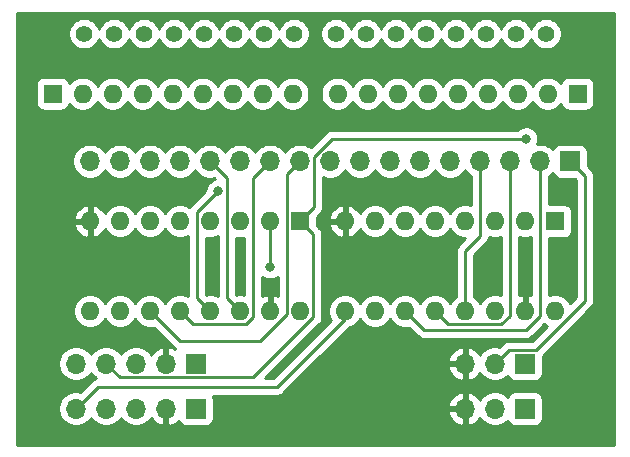
<source format=gbr>
%TF.GenerationSoftware,KiCad,Pcbnew,(5.1.9)-1*%
%TF.CreationDate,2021-09-05T12:09:16+09:00*%
%TF.ProjectId,joystick-input,6a6f7973-7469-4636-9b2d-696e7075742e,rev?*%
%TF.SameCoordinates,Original*%
%TF.FileFunction,Copper,L2,Bot*%
%TF.FilePolarity,Positive*%
%FSLAX46Y46*%
G04 Gerber Fmt 4.6, Leading zero omitted, Abs format (unit mm)*
G04 Created by KiCad (PCBNEW (5.1.9)-1) date 2021-09-05 12:09:16*
%MOMM*%
%LPD*%
G01*
G04 APERTURE LIST*
%TA.AperFunction,ComponentPad*%
%ADD10C,1.400000*%
%TD*%
%TA.AperFunction,ComponentPad*%
%ADD11O,1.600000X1.600000*%
%TD*%
%TA.AperFunction,ComponentPad*%
%ADD12R,1.600000X1.600000*%
%TD*%
%TA.AperFunction,ComponentPad*%
%ADD13O,1.700000X1.700000*%
%TD*%
%TA.AperFunction,ComponentPad*%
%ADD14R,1.700000X1.700000*%
%TD*%
%TA.AperFunction,ViaPad*%
%ADD15C,0.800000*%
%TD*%
%TA.AperFunction,Conductor*%
%ADD16C,0.250000*%
%TD*%
%TA.AperFunction,Conductor*%
%ADD17C,0.254000*%
%TD*%
%TA.AperFunction,Conductor*%
%ADD18C,0.100000*%
%TD*%
G04 APERTURE END LIST*
D10*
%TO.P,H2,1*%
%TO.N,/PULL*%
X140208000Y-33655000D03*
%TO.P,H2,2*%
X142748000Y-33655000D03*
%TO.P,H2,3*%
X145288000Y-33655000D03*
%TO.P,H2,4*%
X147828000Y-33655000D03*
%TO.P,H2,5*%
X150368000Y-33655000D03*
%TO.P,H2,6*%
X152908000Y-33655000D03*
%TO.P,H2,7*%
X155448000Y-33655000D03*
%TO.P,H2,8*%
X157988000Y-33655000D03*
%TD*%
%TO.P,H1,1*%
%TO.N,/PULL*%
X118872000Y-33655000D03*
%TO.P,H1,2*%
X121412000Y-33655000D03*
%TO.P,H1,3*%
X123952000Y-33655000D03*
%TO.P,H1,4*%
X126492000Y-33655000D03*
%TO.P,H1,5*%
X129032000Y-33655000D03*
%TO.P,H1,6*%
X131572000Y-33655000D03*
%TO.P,H1,7*%
X134112000Y-33655000D03*
%TO.P,H1,8*%
X136652000Y-33655000D03*
%TD*%
D11*
%TO.P,U1,16*%
%TO.N,VCC*%
X158750000Y-57150000D03*
%TO.P,U1,8*%
%TO.N,GND*%
X140970000Y-49530000D03*
%TO.P,U1,15*%
X156210000Y-57150000D03*
%TO.P,U1,7*%
%TO.N,N/C*%
X143510000Y-49530000D03*
%TO.P,U1,14*%
%TO.N,/C_RIGHT*%
X153670000Y-57150000D03*
%TO.P,U1,6*%
%TO.N,/C_B*%
X146050000Y-49530000D03*
%TO.P,U1,13*%
%TO.N,/C_LEFT*%
X151130000Y-57150000D03*
%TO.P,U1,5*%
%TO.N,/C_A*%
X148590000Y-49530000D03*
%TO.P,U1,12*%
%TO.N,/C_DOWN*%
X148590000Y-57150000D03*
%TO.P,U1,4*%
%TO.N,/C_SELECT*%
X151130000Y-49530000D03*
%TO.P,U1,11*%
%TO.N,/C_UP*%
X146050000Y-57150000D03*
%TO.P,U1,3*%
%TO.N,/C_START*%
X153670000Y-49530000D03*
%TO.P,U1,10*%
%TO.N,/Q7*%
X143510000Y-57150000D03*
%TO.P,U1,2*%
%TO.N,/CLK*%
X156210000Y-49530000D03*
%TO.P,U1,9*%
%TO.N,/D_OUT*%
X140970000Y-57150000D03*
D12*
%TO.P,U1,1*%
%TO.N,/LOAD*%
X158750000Y-49530000D03*
%TD*%
D13*
%TO.P,J1,17*%
%TO.N,/C_EX4*%
X119380000Y-44450000D03*
%TO.P,J1,16*%
%TO.N,/C_EX3*%
X121920000Y-44450000D03*
%TO.P,J1,15*%
%TO.N,/C_EX2*%
X124460000Y-44450000D03*
%TO.P,J1,14*%
%TO.N,/C_EX1*%
X127000000Y-44450000D03*
%TO.P,J1,13*%
%TO.N,/C_R*%
X129540000Y-44450000D03*
%TO.P,J1,12*%
%TO.N,/C_L*%
X132080000Y-44450000D03*
%TO.P,J1,11*%
%TO.N,/C_Y*%
X134620000Y-44450000D03*
%TO.P,J1,10*%
%TO.N,/C_X*%
X137160000Y-44450000D03*
%TO.P,J1,9*%
%TO.N,/C_B*%
X139700000Y-44450000D03*
%TO.P,J1,8*%
%TO.N,/C_A*%
X142240000Y-44450000D03*
%TO.P,J1,7*%
%TO.N,/C_SELECT*%
X144780000Y-44450000D03*
%TO.P,J1,6*%
%TO.N,/C_START*%
X147320000Y-44450000D03*
%TO.P,J1,5*%
%TO.N,/C_RIGHT*%
X149860000Y-44450000D03*
%TO.P,J1,4*%
%TO.N,/C_LEFT*%
X152400000Y-44450000D03*
%TO.P,J1,3*%
%TO.N,/C_DOWN*%
X154940000Y-44450000D03*
%TO.P,J1,2*%
%TO.N,/C_UP*%
X157480000Y-44450000D03*
D14*
%TO.P,J1,1*%
%TO.N,/C_SHORT*%
X160020000Y-44450000D03*
%TD*%
D11*
%TO.P,RN1,9*%
%TO.N,/C_X*%
X136525000Y-38735000D03*
%TO.P,RN1,8*%
%TO.N,/C_Y*%
X133985000Y-38735000D03*
%TO.P,RN1,7*%
%TO.N,/C_L*%
X131445000Y-38735000D03*
%TO.P,RN1,6*%
%TO.N,/C_R*%
X128905000Y-38735000D03*
%TO.P,RN1,5*%
%TO.N,/C_EX1*%
X126365000Y-38735000D03*
%TO.P,RN1,4*%
%TO.N,/C_EX2*%
X123825000Y-38735000D03*
%TO.P,RN1,3*%
%TO.N,/C_EX3*%
X121285000Y-38735000D03*
%TO.P,RN1,2*%
%TO.N,/C_EX4*%
X118745000Y-38735000D03*
D12*
%TO.P,RN1,1*%
%TO.N,/PULL*%
X116205000Y-38735000D03*
%TD*%
D13*
%TO.P,J3,3*%
%TO.N,GND*%
X151130000Y-61595000D03*
%TO.P,J3,2*%
%TO.N,/C_SHORT*%
X153670000Y-61595000D03*
D14*
%TO.P,J3,1*%
%TO.N,VCC*%
X156210000Y-61595000D03*
%TD*%
D13*
%TO.P,J2,3*%
%TO.N,GND*%
X151130000Y-65405000D03*
%TO.P,J2,2*%
%TO.N,/PULL*%
X153670000Y-65405000D03*
D14*
%TO.P,J2,1*%
%TO.N,VCC*%
X156210000Y-65405000D03*
%TD*%
D12*
%TO.P,U2,1*%
%TO.N,/LOAD*%
X137160000Y-49530000D03*
D11*
%TO.P,U2,9*%
%TO.N,/Q7*%
X119380000Y-57150000D03*
%TO.P,U2,2*%
%TO.N,/CLK*%
X134620000Y-49530000D03*
%TO.P,U2,10*%
%TO.N,/D_IN*%
X121920000Y-57150000D03*
%TO.P,U2,3*%
%TO.N,/C_EX1*%
X132080000Y-49530000D03*
%TO.P,U2,11*%
%TO.N,/C_X*%
X124460000Y-57150000D03*
%TO.P,U2,4*%
%TO.N,/C_EX2*%
X129540000Y-49530000D03*
%TO.P,U2,12*%
%TO.N,/C_Y*%
X127000000Y-57150000D03*
%TO.P,U2,5*%
%TO.N,/C_EX3*%
X127000000Y-49530000D03*
%TO.P,U2,13*%
%TO.N,/C_L*%
X129540000Y-57150000D03*
%TO.P,U2,6*%
%TO.N,/C_EX4*%
X124460000Y-49530000D03*
%TO.P,U2,14*%
%TO.N,/C_R*%
X132080000Y-57150000D03*
%TO.P,U2,7*%
%TO.N,N/C*%
X121920000Y-49530000D03*
%TO.P,U2,15*%
%TO.N,GND*%
X134620000Y-57150000D03*
%TO.P,U2,8*%
X119380000Y-49530000D03*
%TO.P,U2,16*%
%TO.N,VCC*%
X137160000Y-57150000D03*
%TD*%
D12*
%TO.P,RN2,1*%
%TO.N,/PULL*%
X160655000Y-38735000D03*
D11*
%TO.P,RN2,2*%
%TO.N,/C_UP*%
X158115000Y-38735000D03*
%TO.P,RN2,3*%
%TO.N,/C_DOWN*%
X155575000Y-38735000D03*
%TO.P,RN2,4*%
%TO.N,/C_LEFT*%
X153035000Y-38735000D03*
%TO.P,RN2,5*%
%TO.N,/C_RIGHT*%
X150495000Y-38735000D03*
%TO.P,RN2,6*%
%TO.N,/C_START*%
X147955000Y-38735000D03*
%TO.P,RN2,7*%
%TO.N,/C_SELECT*%
X145415000Y-38735000D03*
%TO.P,RN2,8*%
%TO.N,/C_A*%
X142875000Y-38735000D03*
%TO.P,RN2,9*%
%TO.N,/C_B*%
X140335000Y-38735000D03*
%TD*%
D14*
%TO.P,J4,1*%
%TO.N,VCC*%
X128349999Y-65405000D03*
D13*
%TO.P,J4,2*%
%TO.N,GND*%
X125809999Y-65405000D03*
%TO.P,J4,3*%
%TO.N,/CLK*%
X123269999Y-65405000D03*
%TO.P,J4,4*%
%TO.N,/LOAD*%
X120729999Y-65405000D03*
%TO.P,J4,5*%
%TO.N,/D_OUT*%
X118189999Y-65405000D03*
%TD*%
%TO.P,J5,5*%
%TO.N,/D_IN*%
X118189999Y-61595000D03*
%TO.P,J5,4*%
%TO.N,/LOAD*%
X120729999Y-61595000D03*
%TO.P,J5,3*%
%TO.N,/CLK*%
X123269999Y-61595000D03*
%TO.P,J5,2*%
%TO.N,GND*%
X125809999Y-61595000D03*
D14*
%TO.P,J5,1*%
%TO.N,VCC*%
X128349999Y-61595000D03*
%TD*%
D15*
%TO.N,GND*%
X156845000Y-41275000D03*
X159385000Y-41275000D03*
X123190000Y-59055000D03*
X134620000Y-55245000D03*
X129540000Y-54610000D03*
X132080000Y-54610000D03*
X124460000Y-54610000D03*
X156210000Y-52705000D03*
X153035000Y-53975000D03*
X147320000Y-53975000D03*
X139700000Y-55245000D03*
X159385000Y-54610000D03*
X138430000Y-36195000D03*
%TO.N,/LOAD*%
X156300000Y-42545000D03*
%TO.N,/CLK*%
X134620000Y-53430000D03*
%TO.N,/C_L*%
X130175000Y-46990000D03*
%TD*%
D16*
%TO.N,/C_SHORT*%
X161290000Y-45720000D02*
X160020000Y-44450000D01*
X161290000Y-52705000D02*
X161290000Y-45720000D01*
X161290000Y-56275002D02*
X161290000Y-45720000D01*
X157145003Y-60419999D02*
X161290000Y-56275002D01*
X154845001Y-60419999D02*
X157145003Y-60419999D01*
X153670000Y-61595000D02*
X154845001Y-60419999D01*
%TO.N,/C_UP*%
X157624999Y-44594999D02*
X157480000Y-44450000D01*
X157480000Y-44450000D02*
X157480000Y-51385000D01*
X147625010Y-58725010D02*
X146050000Y-57150000D01*
X156299992Y-58725010D02*
X147625010Y-58725010D01*
X157480000Y-57545002D02*
X156299992Y-58725010D01*
X157480000Y-44450000D02*
X157480000Y-57545002D01*
%TO.N,/C_DOWN*%
X154940000Y-44450000D02*
X154940000Y-49925002D01*
X154940000Y-57545002D02*
X154940000Y-54610000D01*
X154210001Y-58275001D02*
X154940000Y-57545002D01*
X149715001Y-58275001D02*
X154210001Y-58275001D01*
X148590000Y-57150000D02*
X149715001Y-58275001D01*
X154940000Y-44450000D02*
X154940000Y-54610000D01*
%TO.N,/C_LEFT*%
X152400000Y-50215000D02*
X152400000Y-44450000D01*
X151130000Y-57150000D02*
X151130000Y-52070000D01*
X152400000Y-50800000D02*
X152400000Y-44450000D01*
X151130000Y-52070000D02*
X152400000Y-50800000D01*
%TO.N,/D_OUT*%
X118189999Y-65405000D02*
X120015000Y-63579999D01*
X120015000Y-63579999D02*
X135175001Y-63579999D01*
X140970000Y-57785000D02*
X140970000Y-57150000D01*
X135175001Y-63579999D02*
X140970000Y-57785000D01*
%TO.N,/LOAD*%
X138285001Y-50655001D02*
X137160000Y-49530000D01*
X138285001Y-57690001D02*
X138285001Y-50655001D01*
X133205001Y-62770001D02*
X138285001Y-57690001D01*
X121905000Y-62770001D02*
X133205001Y-62770001D01*
X120729999Y-61595000D02*
X121905000Y-62770001D01*
X138335001Y-48354999D02*
X137160000Y-49530000D01*
X138335001Y-44075997D02*
X138335001Y-48354999D01*
X139865998Y-42545000D02*
X138335001Y-44075997D01*
X153760000Y-42545000D02*
X139865998Y-42545000D01*
X156300000Y-42545000D02*
X153760000Y-42545000D01*
%TO.N,/CLK*%
X134620000Y-53430000D02*
X134620000Y-49530000D01*
%TO.N,/C_X*%
X136034999Y-45575001D02*
X137160000Y-44450000D01*
X136034999Y-57400003D02*
X136034999Y-45575001D01*
X133745002Y-59690000D02*
X136034999Y-57400003D01*
X127000000Y-59690000D02*
X133745002Y-59690000D01*
X124460000Y-57150000D02*
X127000000Y-59690000D01*
%TO.N,/C_Y*%
X128125001Y-58275001D02*
X127000000Y-57150000D01*
X133205001Y-45864999D02*
X133205001Y-54121409D01*
X132620001Y-58275001D02*
X129049999Y-58275001D01*
X133205001Y-45864999D02*
X133205001Y-57690001D01*
X134620000Y-44450000D02*
X133205001Y-45864999D01*
X133205001Y-57690001D02*
X132620001Y-58275001D01*
X129049999Y-58275001D02*
X128125001Y-58275001D01*
X130080001Y-58275001D02*
X129049999Y-58275001D01*
%TO.N,/C_L*%
X128414999Y-56024999D02*
X128414999Y-48750001D01*
X129540000Y-57150000D02*
X128414999Y-56024999D01*
X128414999Y-48750001D02*
X130175000Y-46990000D01*
%TO.N,/C_R*%
X130954999Y-45864999D02*
X129540000Y-44450000D01*
X130954999Y-56024999D02*
X130954999Y-45864999D01*
X132080000Y-57150000D02*
X130954999Y-56024999D01*
%TD*%
D17*
%TO.N,GND*%
X163703000Y-68453000D02*
X113157000Y-68453000D01*
X113157000Y-61448740D01*
X116704999Y-61448740D01*
X116704999Y-61741260D01*
X116762067Y-62028158D01*
X116874009Y-62298411D01*
X117036524Y-62541632D01*
X117243367Y-62748475D01*
X117486588Y-62910990D01*
X117756841Y-63022932D01*
X118043739Y-63080000D01*
X118336259Y-63080000D01*
X118623157Y-63022932D01*
X118893410Y-62910990D01*
X119136631Y-62748475D01*
X119343474Y-62541632D01*
X119459999Y-62367240D01*
X119576524Y-62541632D01*
X119783367Y-62748475D01*
X119901620Y-62827489D01*
X119866014Y-62830996D01*
X119722753Y-62874453D01*
X119590724Y-62945025D01*
X119474999Y-63039998D01*
X119451201Y-63068996D01*
X118556407Y-63963790D01*
X118336259Y-63920000D01*
X118043739Y-63920000D01*
X117756841Y-63977068D01*
X117486588Y-64089010D01*
X117243367Y-64251525D01*
X117036524Y-64458368D01*
X116874009Y-64701589D01*
X116762067Y-64971842D01*
X116704999Y-65258740D01*
X116704999Y-65551260D01*
X116762067Y-65838158D01*
X116874009Y-66108411D01*
X117036524Y-66351632D01*
X117243367Y-66558475D01*
X117486588Y-66720990D01*
X117756841Y-66832932D01*
X118043739Y-66890000D01*
X118336259Y-66890000D01*
X118623157Y-66832932D01*
X118893410Y-66720990D01*
X119136631Y-66558475D01*
X119343474Y-66351632D01*
X119459999Y-66177240D01*
X119576524Y-66351632D01*
X119783367Y-66558475D01*
X120026588Y-66720990D01*
X120296841Y-66832932D01*
X120583739Y-66890000D01*
X120876259Y-66890000D01*
X121163157Y-66832932D01*
X121433410Y-66720990D01*
X121676631Y-66558475D01*
X121883474Y-66351632D01*
X121999999Y-66177240D01*
X122116524Y-66351632D01*
X122323367Y-66558475D01*
X122566588Y-66720990D01*
X122836841Y-66832932D01*
X123123739Y-66890000D01*
X123416259Y-66890000D01*
X123703157Y-66832932D01*
X123973410Y-66720990D01*
X124216631Y-66558475D01*
X124423474Y-66351632D01*
X124545194Y-66169466D01*
X124614821Y-66286355D01*
X124809730Y-66502588D01*
X125043079Y-66676641D01*
X125305900Y-66801825D01*
X125453109Y-66846476D01*
X125682999Y-66725155D01*
X125682999Y-65532000D01*
X125662999Y-65532000D01*
X125662999Y-65278000D01*
X125682999Y-65278000D01*
X125682999Y-65258000D01*
X125936999Y-65258000D01*
X125936999Y-65278000D01*
X125956999Y-65278000D01*
X125956999Y-65532000D01*
X125936999Y-65532000D01*
X125936999Y-66725155D01*
X126166889Y-66846476D01*
X126314098Y-66801825D01*
X126576919Y-66676641D01*
X126810268Y-66502588D01*
X126886033Y-66418534D01*
X126910497Y-66499180D01*
X126969462Y-66609494D01*
X127048814Y-66706185D01*
X127145505Y-66785537D01*
X127255819Y-66844502D01*
X127375517Y-66880812D01*
X127499999Y-66893072D01*
X129199999Y-66893072D01*
X129324481Y-66880812D01*
X129444179Y-66844502D01*
X129554493Y-66785537D01*
X129651184Y-66706185D01*
X129730536Y-66609494D01*
X129789501Y-66499180D01*
X129825811Y-66379482D01*
X129838071Y-66255000D01*
X129838071Y-65761891D01*
X149688519Y-65761891D01*
X149785843Y-66036252D01*
X149934822Y-66286355D01*
X150129731Y-66502588D01*
X150363080Y-66676641D01*
X150625901Y-66801825D01*
X150773110Y-66846476D01*
X151003000Y-66725155D01*
X151003000Y-65532000D01*
X149809186Y-65532000D01*
X149688519Y-65761891D01*
X129838071Y-65761891D01*
X129838071Y-65048109D01*
X149688519Y-65048109D01*
X149809186Y-65278000D01*
X151003000Y-65278000D01*
X151003000Y-64084845D01*
X151257000Y-64084845D01*
X151257000Y-65278000D01*
X151277000Y-65278000D01*
X151277000Y-65532000D01*
X151257000Y-65532000D01*
X151257000Y-66725155D01*
X151486890Y-66846476D01*
X151634099Y-66801825D01*
X151896920Y-66676641D01*
X152130269Y-66502588D01*
X152325178Y-66286355D01*
X152394805Y-66169466D01*
X152516525Y-66351632D01*
X152723368Y-66558475D01*
X152966589Y-66720990D01*
X153236842Y-66832932D01*
X153523740Y-66890000D01*
X153816260Y-66890000D01*
X154103158Y-66832932D01*
X154373411Y-66720990D01*
X154616632Y-66558475D01*
X154748487Y-66426620D01*
X154770498Y-66499180D01*
X154829463Y-66609494D01*
X154908815Y-66706185D01*
X155005506Y-66785537D01*
X155115820Y-66844502D01*
X155235518Y-66880812D01*
X155360000Y-66893072D01*
X157060000Y-66893072D01*
X157184482Y-66880812D01*
X157304180Y-66844502D01*
X157414494Y-66785537D01*
X157511185Y-66706185D01*
X157590537Y-66609494D01*
X157649502Y-66499180D01*
X157685812Y-66379482D01*
X157698072Y-66255000D01*
X157698072Y-64555000D01*
X157685812Y-64430518D01*
X157649502Y-64310820D01*
X157590537Y-64200506D01*
X157511185Y-64103815D01*
X157414494Y-64024463D01*
X157304180Y-63965498D01*
X157184482Y-63929188D01*
X157060000Y-63916928D01*
X155360000Y-63916928D01*
X155235518Y-63929188D01*
X155115820Y-63965498D01*
X155005506Y-64024463D01*
X154908815Y-64103815D01*
X154829463Y-64200506D01*
X154770498Y-64310820D01*
X154748487Y-64383380D01*
X154616632Y-64251525D01*
X154373411Y-64089010D01*
X154103158Y-63977068D01*
X153816260Y-63920000D01*
X153523740Y-63920000D01*
X153236842Y-63977068D01*
X152966589Y-64089010D01*
X152723368Y-64251525D01*
X152516525Y-64458368D01*
X152394805Y-64640534D01*
X152325178Y-64523645D01*
X152130269Y-64307412D01*
X151896920Y-64133359D01*
X151634099Y-64008175D01*
X151486890Y-63963524D01*
X151257000Y-64084845D01*
X151003000Y-64084845D01*
X150773110Y-63963524D01*
X150625901Y-64008175D01*
X150363080Y-64133359D01*
X150129731Y-64307412D01*
X149934822Y-64523645D01*
X149785843Y-64773748D01*
X149688519Y-65048109D01*
X129838071Y-65048109D01*
X129838071Y-64555000D01*
X129825811Y-64430518D01*
X129798352Y-64339999D01*
X135137679Y-64339999D01*
X135175001Y-64343675D01*
X135212323Y-64339999D01*
X135212334Y-64339999D01*
X135323987Y-64329002D01*
X135467248Y-64285545D01*
X135599277Y-64214973D01*
X135715002Y-64120000D01*
X135738805Y-64090996D01*
X137877910Y-61951891D01*
X149688519Y-61951891D01*
X149785843Y-62226252D01*
X149934822Y-62476355D01*
X150129731Y-62692588D01*
X150363080Y-62866641D01*
X150625901Y-62991825D01*
X150773110Y-63036476D01*
X151003000Y-62915155D01*
X151003000Y-61722000D01*
X149809186Y-61722000D01*
X149688519Y-61951891D01*
X137877910Y-61951891D01*
X138591692Y-61238109D01*
X149688519Y-61238109D01*
X149809186Y-61468000D01*
X151003000Y-61468000D01*
X151003000Y-60274845D01*
X150773110Y-60153524D01*
X150625901Y-60198175D01*
X150363080Y-60323359D01*
X150129731Y-60497412D01*
X149934822Y-60713645D01*
X149785843Y-60963748D01*
X149688519Y-61238109D01*
X138591692Y-61238109D01*
X141277943Y-58551859D01*
X141388574Y-58529853D01*
X141649727Y-58421680D01*
X141884759Y-58264637D01*
X142084637Y-58064759D01*
X142240000Y-57832241D01*
X142395363Y-58064759D01*
X142595241Y-58264637D01*
X142830273Y-58421680D01*
X143091426Y-58529853D01*
X143368665Y-58585000D01*
X143651335Y-58585000D01*
X143928574Y-58529853D01*
X144189727Y-58421680D01*
X144424759Y-58264637D01*
X144624637Y-58064759D01*
X144780000Y-57832241D01*
X144935363Y-58064759D01*
X145135241Y-58264637D01*
X145370273Y-58421680D01*
X145631426Y-58529853D01*
X145908665Y-58585000D01*
X146191335Y-58585000D01*
X146373886Y-58548688D01*
X147061211Y-59236013D01*
X147085009Y-59265011D01*
X147114007Y-59288809D01*
X147200734Y-59359984D01*
X147332763Y-59430556D01*
X147476024Y-59474013D01*
X147625010Y-59488687D01*
X147662343Y-59485010D01*
X156262670Y-59485010D01*
X156299992Y-59488686D01*
X156337314Y-59485010D01*
X156337325Y-59485010D01*
X156448978Y-59474013D01*
X156592239Y-59430556D01*
X156724268Y-59359984D01*
X156839993Y-59265011D01*
X156863796Y-59236007D01*
X157835204Y-58264600D01*
X157835241Y-58264637D01*
X158069223Y-58420978D01*
X156830202Y-59659999D01*
X154882323Y-59659999D01*
X154845000Y-59656323D01*
X154807677Y-59659999D01*
X154807668Y-59659999D01*
X154696015Y-59670996D01*
X154552754Y-59714453D01*
X154420725Y-59785025D01*
X154305000Y-59879998D01*
X154281202Y-59908996D01*
X154036408Y-60153790D01*
X153816260Y-60110000D01*
X153523740Y-60110000D01*
X153236842Y-60167068D01*
X152966589Y-60279010D01*
X152723368Y-60441525D01*
X152516525Y-60648368D01*
X152394805Y-60830534D01*
X152325178Y-60713645D01*
X152130269Y-60497412D01*
X151896920Y-60323359D01*
X151634099Y-60198175D01*
X151486890Y-60153524D01*
X151257000Y-60274845D01*
X151257000Y-61468000D01*
X151277000Y-61468000D01*
X151277000Y-61722000D01*
X151257000Y-61722000D01*
X151257000Y-62915155D01*
X151486890Y-63036476D01*
X151634099Y-62991825D01*
X151896920Y-62866641D01*
X152130269Y-62692588D01*
X152325178Y-62476355D01*
X152394805Y-62359466D01*
X152516525Y-62541632D01*
X152723368Y-62748475D01*
X152966589Y-62910990D01*
X153236842Y-63022932D01*
X153523740Y-63080000D01*
X153816260Y-63080000D01*
X154103158Y-63022932D01*
X154373411Y-62910990D01*
X154616632Y-62748475D01*
X154748487Y-62616620D01*
X154770498Y-62689180D01*
X154829463Y-62799494D01*
X154908815Y-62896185D01*
X155005506Y-62975537D01*
X155115820Y-63034502D01*
X155235518Y-63070812D01*
X155360000Y-63083072D01*
X157060000Y-63083072D01*
X157184482Y-63070812D01*
X157304180Y-63034502D01*
X157414494Y-62975537D01*
X157511185Y-62896185D01*
X157590537Y-62799494D01*
X157649502Y-62689180D01*
X157685812Y-62569482D01*
X157698072Y-62445000D01*
X157698072Y-60944077D01*
X157708807Y-60930996D01*
X161801004Y-56838800D01*
X161830001Y-56815003D01*
X161899314Y-56730545D01*
X161924974Y-56699279D01*
X161995546Y-56567249D01*
X162011387Y-56515026D01*
X162039003Y-56423988D01*
X162050000Y-56312335D01*
X162050000Y-56312325D01*
X162053676Y-56275002D01*
X162050000Y-56237679D01*
X162050000Y-45757322D01*
X162053676Y-45719999D01*
X162050000Y-45682676D01*
X162050000Y-45682667D01*
X162039003Y-45571014D01*
X161995546Y-45427753D01*
X161924974Y-45295724D01*
X161830001Y-45179999D01*
X161801003Y-45156201D01*
X161508072Y-44863270D01*
X161508072Y-43600000D01*
X161495812Y-43475518D01*
X161459502Y-43355820D01*
X161400537Y-43245506D01*
X161321185Y-43148815D01*
X161224494Y-43069463D01*
X161114180Y-43010498D01*
X160994482Y-42974188D01*
X160870000Y-42961928D01*
X159170000Y-42961928D01*
X159045518Y-42974188D01*
X158925820Y-43010498D01*
X158815506Y-43069463D01*
X158718815Y-43148815D01*
X158639463Y-43245506D01*
X158580498Y-43355820D01*
X158558487Y-43428380D01*
X158426632Y-43296525D01*
X158183411Y-43134010D01*
X157913158Y-43022068D01*
X157626260Y-42965000D01*
X157333740Y-42965000D01*
X157238455Y-42983953D01*
X157295226Y-42846898D01*
X157335000Y-42646939D01*
X157335000Y-42443061D01*
X157295226Y-42243102D01*
X157217205Y-42054744D01*
X157103937Y-41885226D01*
X156959774Y-41741063D01*
X156790256Y-41627795D01*
X156601898Y-41549774D01*
X156401939Y-41510000D01*
X156198061Y-41510000D01*
X155998102Y-41549774D01*
X155809744Y-41627795D01*
X155640226Y-41741063D01*
X155596289Y-41785000D01*
X139903323Y-41785000D01*
X139865998Y-41781324D01*
X139828673Y-41785000D01*
X139828665Y-41785000D01*
X139717012Y-41795997D01*
X139573751Y-41839454D01*
X139441722Y-41910026D01*
X139325997Y-42004999D01*
X139302199Y-42033997D01*
X138066492Y-43269705D01*
X137863411Y-43134010D01*
X137593158Y-43022068D01*
X137306260Y-42965000D01*
X137013740Y-42965000D01*
X136726842Y-43022068D01*
X136456589Y-43134010D01*
X136213368Y-43296525D01*
X136006525Y-43503368D01*
X135890000Y-43677760D01*
X135773475Y-43503368D01*
X135566632Y-43296525D01*
X135323411Y-43134010D01*
X135053158Y-43022068D01*
X134766260Y-42965000D01*
X134473740Y-42965000D01*
X134186842Y-43022068D01*
X133916589Y-43134010D01*
X133673368Y-43296525D01*
X133466525Y-43503368D01*
X133350000Y-43677760D01*
X133233475Y-43503368D01*
X133026632Y-43296525D01*
X132783411Y-43134010D01*
X132513158Y-43022068D01*
X132226260Y-42965000D01*
X131933740Y-42965000D01*
X131646842Y-43022068D01*
X131376589Y-43134010D01*
X131133368Y-43296525D01*
X130926525Y-43503368D01*
X130810000Y-43677760D01*
X130693475Y-43503368D01*
X130486632Y-43296525D01*
X130243411Y-43134010D01*
X129973158Y-43022068D01*
X129686260Y-42965000D01*
X129393740Y-42965000D01*
X129106842Y-43022068D01*
X128836589Y-43134010D01*
X128593368Y-43296525D01*
X128386525Y-43503368D01*
X128270000Y-43677760D01*
X128153475Y-43503368D01*
X127946632Y-43296525D01*
X127703411Y-43134010D01*
X127433158Y-43022068D01*
X127146260Y-42965000D01*
X126853740Y-42965000D01*
X126566842Y-43022068D01*
X126296589Y-43134010D01*
X126053368Y-43296525D01*
X125846525Y-43503368D01*
X125730000Y-43677760D01*
X125613475Y-43503368D01*
X125406632Y-43296525D01*
X125163411Y-43134010D01*
X124893158Y-43022068D01*
X124606260Y-42965000D01*
X124313740Y-42965000D01*
X124026842Y-43022068D01*
X123756589Y-43134010D01*
X123513368Y-43296525D01*
X123306525Y-43503368D01*
X123190000Y-43677760D01*
X123073475Y-43503368D01*
X122866632Y-43296525D01*
X122623411Y-43134010D01*
X122353158Y-43022068D01*
X122066260Y-42965000D01*
X121773740Y-42965000D01*
X121486842Y-43022068D01*
X121216589Y-43134010D01*
X120973368Y-43296525D01*
X120766525Y-43503368D01*
X120650000Y-43677760D01*
X120533475Y-43503368D01*
X120326632Y-43296525D01*
X120083411Y-43134010D01*
X119813158Y-43022068D01*
X119526260Y-42965000D01*
X119233740Y-42965000D01*
X118946842Y-43022068D01*
X118676589Y-43134010D01*
X118433368Y-43296525D01*
X118226525Y-43503368D01*
X118064010Y-43746589D01*
X117952068Y-44016842D01*
X117895000Y-44303740D01*
X117895000Y-44596260D01*
X117952068Y-44883158D01*
X118064010Y-45153411D01*
X118226525Y-45396632D01*
X118433368Y-45603475D01*
X118676589Y-45765990D01*
X118946842Y-45877932D01*
X119233740Y-45935000D01*
X119526260Y-45935000D01*
X119813158Y-45877932D01*
X120083411Y-45765990D01*
X120326632Y-45603475D01*
X120533475Y-45396632D01*
X120650000Y-45222240D01*
X120766525Y-45396632D01*
X120973368Y-45603475D01*
X121216589Y-45765990D01*
X121486842Y-45877932D01*
X121773740Y-45935000D01*
X122066260Y-45935000D01*
X122353158Y-45877932D01*
X122623411Y-45765990D01*
X122866632Y-45603475D01*
X123073475Y-45396632D01*
X123190000Y-45222240D01*
X123306525Y-45396632D01*
X123513368Y-45603475D01*
X123756589Y-45765990D01*
X124026842Y-45877932D01*
X124313740Y-45935000D01*
X124606260Y-45935000D01*
X124893158Y-45877932D01*
X125163411Y-45765990D01*
X125406632Y-45603475D01*
X125613475Y-45396632D01*
X125730000Y-45222240D01*
X125846525Y-45396632D01*
X126053368Y-45603475D01*
X126296589Y-45765990D01*
X126566842Y-45877932D01*
X126853740Y-45935000D01*
X127146260Y-45935000D01*
X127433158Y-45877932D01*
X127703411Y-45765990D01*
X127946632Y-45603475D01*
X128153475Y-45396632D01*
X128270000Y-45222240D01*
X128386525Y-45396632D01*
X128593368Y-45603475D01*
X128836589Y-45765990D01*
X129106842Y-45877932D01*
X129393740Y-45935000D01*
X129686260Y-45935000D01*
X129906408Y-45891210D01*
X129987264Y-45972066D01*
X129873102Y-45994774D01*
X129684744Y-46072795D01*
X129515226Y-46186063D01*
X129371063Y-46330226D01*
X129257795Y-46499744D01*
X129179774Y-46688102D01*
X129140000Y-46888061D01*
X129140000Y-46950198D01*
X127903997Y-48186202D01*
X127874999Y-48210000D01*
X127851201Y-48238998D01*
X127851200Y-48238999D01*
X127780231Y-48325474D01*
X127679727Y-48258320D01*
X127418574Y-48150147D01*
X127141335Y-48095000D01*
X126858665Y-48095000D01*
X126581426Y-48150147D01*
X126320273Y-48258320D01*
X126085241Y-48415363D01*
X125885363Y-48615241D01*
X125730000Y-48847759D01*
X125574637Y-48615241D01*
X125374759Y-48415363D01*
X125139727Y-48258320D01*
X124878574Y-48150147D01*
X124601335Y-48095000D01*
X124318665Y-48095000D01*
X124041426Y-48150147D01*
X123780273Y-48258320D01*
X123545241Y-48415363D01*
X123345363Y-48615241D01*
X123190000Y-48847759D01*
X123034637Y-48615241D01*
X122834759Y-48415363D01*
X122599727Y-48258320D01*
X122338574Y-48150147D01*
X122061335Y-48095000D01*
X121778665Y-48095000D01*
X121501426Y-48150147D01*
X121240273Y-48258320D01*
X121005241Y-48415363D01*
X120805363Y-48615241D01*
X120648320Y-48850273D01*
X120643933Y-48860865D01*
X120532385Y-48674869D01*
X120343414Y-48466481D01*
X120117420Y-48298963D01*
X119863087Y-48178754D01*
X119729039Y-48138096D01*
X119507000Y-48260085D01*
X119507000Y-49403000D01*
X119527000Y-49403000D01*
X119527000Y-49657000D01*
X119507000Y-49657000D01*
X119507000Y-50799915D01*
X119729039Y-50921904D01*
X119863087Y-50881246D01*
X120117420Y-50761037D01*
X120343414Y-50593519D01*
X120532385Y-50385131D01*
X120643933Y-50199135D01*
X120648320Y-50209727D01*
X120805363Y-50444759D01*
X121005241Y-50644637D01*
X121240273Y-50801680D01*
X121501426Y-50909853D01*
X121778665Y-50965000D01*
X122061335Y-50965000D01*
X122338574Y-50909853D01*
X122599727Y-50801680D01*
X122834759Y-50644637D01*
X123034637Y-50444759D01*
X123190000Y-50212241D01*
X123345363Y-50444759D01*
X123545241Y-50644637D01*
X123780273Y-50801680D01*
X124041426Y-50909853D01*
X124318665Y-50965000D01*
X124601335Y-50965000D01*
X124878574Y-50909853D01*
X125139727Y-50801680D01*
X125374759Y-50644637D01*
X125574637Y-50444759D01*
X125730000Y-50212241D01*
X125885363Y-50444759D01*
X126085241Y-50644637D01*
X126320273Y-50801680D01*
X126581426Y-50909853D01*
X126858665Y-50965000D01*
X127141335Y-50965000D01*
X127418574Y-50909853D01*
X127655000Y-50811922D01*
X127654999Y-55868077D01*
X127418574Y-55770147D01*
X127141335Y-55715000D01*
X126858665Y-55715000D01*
X126581426Y-55770147D01*
X126320273Y-55878320D01*
X126085241Y-56035363D01*
X125885363Y-56235241D01*
X125730000Y-56467759D01*
X125574637Y-56235241D01*
X125374759Y-56035363D01*
X125139727Y-55878320D01*
X124878574Y-55770147D01*
X124601335Y-55715000D01*
X124318665Y-55715000D01*
X124041426Y-55770147D01*
X123780273Y-55878320D01*
X123545241Y-56035363D01*
X123345363Y-56235241D01*
X123190000Y-56467759D01*
X123034637Y-56235241D01*
X122834759Y-56035363D01*
X122599727Y-55878320D01*
X122338574Y-55770147D01*
X122061335Y-55715000D01*
X121778665Y-55715000D01*
X121501426Y-55770147D01*
X121240273Y-55878320D01*
X121005241Y-56035363D01*
X120805363Y-56235241D01*
X120650000Y-56467759D01*
X120494637Y-56235241D01*
X120294759Y-56035363D01*
X120059727Y-55878320D01*
X119798574Y-55770147D01*
X119521335Y-55715000D01*
X119238665Y-55715000D01*
X118961426Y-55770147D01*
X118700273Y-55878320D01*
X118465241Y-56035363D01*
X118265363Y-56235241D01*
X118108320Y-56470273D01*
X118000147Y-56731426D01*
X117945000Y-57008665D01*
X117945000Y-57291335D01*
X118000147Y-57568574D01*
X118108320Y-57829727D01*
X118265363Y-58064759D01*
X118465241Y-58264637D01*
X118700273Y-58421680D01*
X118961426Y-58529853D01*
X119238665Y-58585000D01*
X119521335Y-58585000D01*
X119798574Y-58529853D01*
X120059727Y-58421680D01*
X120294759Y-58264637D01*
X120494637Y-58064759D01*
X120650000Y-57832241D01*
X120805363Y-58064759D01*
X121005241Y-58264637D01*
X121240273Y-58421680D01*
X121501426Y-58529853D01*
X121778665Y-58585000D01*
X122061335Y-58585000D01*
X122338574Y-58529853D01*
X122599727Y-58421680D01*
X122834759Y-58264637D01*
X123034637Y-58064759D01*
X123190000Y-57832241D01*
X123345363Y-58064759D01*
X123545241Y-58264637D01*
X123780273Y-58421680D01*
X124041426Y-58529853D01*
X124318665Y-58585000D01*
X124601335Y-58585000D01*
X124783886Y-58548688D01*
X126436205Y-60201008D01*
X126459999Y-60230001D01*
X126488992Y-60253795D01*
X126488996Y-60253799D01*
X126559685Y-60311811D01*
X126569381Y-60319769D01*
X126314098Y-60198175D01*
X126166889Y-60153524D01*
X125936999Y-60274845D01*
X125936999Y-61468000D01*
X125956999Y-61468000D01*
X125956999Y-61722000D01*
X125936999Y-61722000D01*
X125936999Y-61742000D01*
X125682999Y-61742000D01*
X125682999Y-61722000D01*
X125662999Y-61722000D01*
X125662999Y-61468000D01*
X125682999Y-61468000D01*
X125682999Y-60274845D01*
X125453109Y-60153524D01*
X125305900Y-60198175D01*
X125043079Y-60323359D01*
X124809730Y-60497412D01*
X124614821Y-60713645D01*
X124545194Y-60830534D01*
X124423474Y-60648368D01*
X124216631Y-60441525D01*
X123973410Y-60279010D01*
X123703157Y-60167068D01*
X123416259Y-60110000D01*
X123123739Y-60110000D01*
X122836841Y-60167068D01*
X122566588Y-60279010D01*
X122323367Y-60441525D01*
X122116524Y-60648368D01*
X121999999Y-60822760D01*
X121883474Y-60648368D01*
X121676631Y-60441525D01*
X121433410Y-60279010D01*
X121163157Y-60167068D01*
X120876259Y-60110000D01*
X120583739Y-60110000D01*
X120296841Y-60167068D01*
X120026588Y-60279010D01*
X119783367Y-60441525D01*
X119576524Y-60648368D01*
X119459999Y-60822760D01*
X119343474Y-60648368D01*
X119136631Y-60441525D01*
X118893410Y-60279010D01*
X118623157Y-60167068D01*
X118336259Y-60110000D01*
X118043739Y-60110000D01*
X117756841Y-60167068D01*
X117486588Y-60279010D01*
X117243367Y-60441525D01*
X117036524Y-60648368D01*
X116874009Y-60891589D01*
X116762067Y-61161842D01*
X116704999Y-61448740D01*
X113157000Y-61448740D01*
X113157000Y-49879040D01*
X117988091Y-49879040D01*
X118082930Y-50143881D01*
X118227615Y-50385131D01*
X118416586Y-50593519D01*
X118642580Y-50761037D01*
X118896913Y-50881246D01*
X119030961Y-50921904D01*
X119253000Y-50799915D01*
X119253000Y-49657000D01*
X118109376Y-49657000D01*
X117988091Y-49879040D01*
X113157000Y-49879040D01*
X113157000Y-49180960D01*
X117988091Y-49180960D01*
X118109376Y-49403000D01*
X119253000Y-49403000D01*
X119253000Y-48260085D01*
X119030961Y-48138096D01*
X118896913Y-48178754D01*
X118642580Y-48298963D01*
X118416586Y-48466481D01*
X118227615Y-48674869D01*
X118082930Y-48916119D01*
X117988091Y-49180960D01*
X113157000Y-49180960D01*
X113157000Y-37935000D01*
X114766928Y-37935000D01*
X114766928Y-39535000D01*
X114779188Y-39659482D01*
X114815498Y-39779180D01*
X114874463Y-39889494D01*
X114953815Y-39986185D01*
X115050506Y-40065537D01*
X115160820Y-40124502D01*
X115280518Y-40160812D01*
X115405000Y-40173072D01*
X117005000Y-40173072D01*
X117129482Y-40160812D01*
X117249180Y-40124502D01*
X117359494Y-40065537D01*
X117456185Y-39986185D01*
X117535537Y-39889494D01*
X117594502Y-39779180D01*
X117630812Y-39659482D01*
X117631643Y-39651039D01*
X117830241Y-39849637D01*
X118065273Y-40006680D01*
X118326426Y-40114853D01*
X118603665Y-40170000D01*
X118886335Y-40170000D01*
X119163574Y-40114853D01*
X119424727Y-40006680D01*
X119659759Y-39849637D01*
X119859637Y-39649759D01*
X120015000Y-39417241D01*
X120170363Y-39649759D01*
X120370241Y-39849637D01*
X120605273Y-40006680D01*
X120866426Y-40114853D01*
X121143665Y-40170000D01*
X121426335Y-40170000D01*
X121703574Y-40114853D01*
X121964727Y-40006680D01*
X122199759Y-39849637D01*
X122399637Y-39649759D01*
X122555000Y-39417241D01*
X122710363Y-39649759D01*
X122910241Y-39849637D01*
X123145273Y-40006680D01*
X123406426Y-40114853D01*
X123683665Y-40170000D01*
X123966335Y-40170000D01*
X124243574Y-40114853D01*
X124504727Y-40006680D01*
X124739759Y-39849637D01*
X124939637Y-39649759D01*
X125095000Y-39417241D01*
X125250363Y-39649759D01*
X125450241Y-39849637D01*
X125685273Y-40006680D01*
X125946426Y-40114853D01*
X126223665Y-40170000D01*
X126506335Y-40170000D01*
X126783574Y-40114853D01*
X127044727Y-40006680D01*
X127279759Y-39849637D01*
X127479637Y-39649759D01*
X127635000Y-39417241D01*
X127790363Y-39649759D01*
X127990241Y-39849637D01*
X128225273Y-40006680D01*
X128486426Y-40114853D01*
X128763665Y-40170000D01*
X129046335Y-40170000D01*
X129323574Y-40114853D01*
X129584727Y-40006680D01*
X129819759Y-39849637D01*
X130019637Y-39649759D01*
X130175000Y-39417241D01*
X130330363Y-39649759D01*
X130530241Y-39849637D01*
X130765273Y-40006680D01*
X131026426Y-40114853D01*
X131303665Y-40170000D01*
X131586335Y-40170000D01*
X131863574Y-40114853D01*
X132124727Y-40006680D01*
X132359759Y-39849637D01*
X132559637Y-39649759D01*
X132715000Y-39417241D01*
X132870363Y-39649759D01*
X133070241Y-39849637D01*
X133305273Y-40006680D01*
X133566426Y-40114853D01*
X133843665Y-40170000D01*
X134126335Y-40170000D01*
X134403574Y-40114853D01*
X134664727Y-40006680D01*
X134899759Y-39849637D01*
X135099637Y-39649759D01*
X135255000Y-39417241D01*
X135410363Y-39649759D01*
X135610241Y-39849637D01*
X135845273Y-40006680D01*
X136106426Y-40114853D01*
X136383665Y-40170000D01*
X136666335Y-40170000D01*
X136943574Y-40114853D01*
X137204727Y-40006680D01*
X137439759Y-39849637D01*
X137639637Y-39649759D01*
X137796680Y-39414727D01*
X137904853Y-39153574D01*
X137960000Y-38876335D01*
X137960000Y-38593665D01*
X138900000Y-38593665D01*
X138900000Y-38876335D01*
X138955147Y-39153574D01*
X139063320Y-39414727D01*
X139220363Y-39649759D01*
X139420241Y-39849637D01*
X139655273Y-40006680D01*
X139916426Y-40114853D01*
X140193665Y-40170000D01*
X140476335Y-40170000D01*
X140753574Y-40114853D01*
X141014727Y-40006680D01*
X141249759Y-39849637D01*
X141449637Y-39649759D01*
X141605000Y-39417241D01*
X141760363Y-39649759D01*
X141960241Y-39849637D01*
X142195273Y-40006680D01*
X142456426Y-40114853D01*
X142733665Y-40170000D01*
X143016335Y-40170000D01*
X143293574Y-40114853D01*
X143554727Y-40006680D01*
X143789759Y-39849637D01*
X143989637Y-39649759D01*
X144145000Y-39417241D01*
X144300363Y-39649759D01*
X144500241Y-39849637D01*
X144735273Y-40006680D01*
X144996426Y-40114853D01*
X145273665Y-40170000D01*
X145556335Y-40170000D01*
X145833574Y-40114853D01*
X146094727Y-40006680D01*
X146329759Y-39849637D01*
X146529637Y-39649759D01*
X146685000Y-39417241D01*
X146840363Y-39649759D01*
X147040241Y-39849637D01*
X147275273Y-40006680D01*
X147536426Y-40114853D01*
X147813665Y-40170000D01*
X148096335Y-40170000D01*
X148373574Y-40114853D01*
X148634727Y-40006680D01*
X148869759Y-39849637D01*
X149069637Y-39649759D01*
X149225000Y-39417241D01*
X149380363Y-39649759D01*
X149580241Y-39849637D01*
X149815273Y-40006680D01*
X150076426Y-40114853D01*
X150353665Y-40170000D01*
X150636335Y-40170000D01*
X150913574Y-40114853D01*
X151174727Y-40006680D01*
X151409759Y-39849637D01*
X151609637Y-39649759D01*
X151765000Y-39417241D01*
X151920363Y-39649759D01*
X152120241Y-39849637D01*
X152355273Y-40006680D01*
X152616426Y-40114853D01*
X152893665Y-40170000D01*
X153176335Y-40170000D01*
X153453574Y-40114853D01*
X153714727Y-40006680D01*
X153949759Y-39849637D01*
X154149637Y-39649759D01*
X154305000Y-39417241D01*
X154460363Y-39649759D01*
X154660241Y-39849637D01*
X154895273Y-40006680D01*
X155156426Y-40114853D01*
X155433665Y-40170000D01*
X155716335Y-40170000D01*
X155993574Y-40114853D01*
X156254727Y-40006680D01*
X156489759Y-39849637D01*
X156689637Y-39649759D01*
X156845000Y-39417241D01*
X157000363Y-39649759D01*
X157200241Y-39849637D01*
X157435273Y-40006680D01*
X157696426Y-40114853D01*
X157973665Y-40170000D01*
X158256335Y-40170000D01*
X158533574Y-40114853D01*
X158794727Y-40006680D01*
X159029759Y-39849637D01*
X159228357Y-39651039D01*
X159229188Y-39659482D01*
X159265498Y-39779180D01*
X159324463Y-39889494D01*
X159403815Y-39986185D01*
X159500506Y-40065537D01*
X159610820Y-40124502D01*
X159730518Y-40160812D01*
X159855000Y-40173072D01*
X161455000Y-40173072D01*
X161579482Y-40160812D01*
X161699180Y-40124502D01*
X161809494Y-40065537D01*
X161906185Y-39986185D01*
X161985537Y-39889494D01*
X162044502Y-39779180D01*
X162080812Y-39659482D01*
X162093072Y-39535000D01*
X162093072Y-37935000D01*
X162080812Y-37810518D01*
X162044502Y-37690820D01*
X161985537Y-37580506D01*
X161906185Y-37483815D01*
X161809494Y-37404463D01*
X161699180Y-37345498D01*
X161579482Y-37309188D01*
X161455000Y-37296928D01*
X159855000Y-37296928D01*
X159730518Y-37309188D01*
X159610820Y-37345498D01*
X159500506Y-37404463D01*
X159403815Y-37483815D01*
X159324463Y-37580506D01*
X159265498Y-37690820D01*
X159229188Y-37810518D01*
X159228357Y-37818961D01*
X159029759Y-37620363D01*
X158794727Y-37463320D01*
X158533574Y-37355147D01*
X158256335Y-37300000D01*
X157973665Y-37300000D01*
X157696426Y-37355147D01*
X157435273Y-37463320D01*
X157200241Y-37620363D01*
X157000363Y-37820241D01*
X156845000Y-38052759D01*
X156689637Y-37820241D01*
X156489759Y-37620363D01*
X156254727Y-37463320D01*
X155993574Y-37355147D01*
X155716335Y-37300000D01*
X155433665Y-37300000D01*
X155156426Y-37355147D01*
X154895273Y-37463320D01*
X154660241Y-37620363D01*
X154460363Y-37820241D01*
X154305000Y-38052759D01*
X154149637Y-37820241D01*
X153949759Y-37620363D01*
X153714727Y-37463320D01*
X153453574Y-37355147D01*
X153176335Y-37300000D01*
X152893665Y-37300000D01*
X152616426Y-37355147D01*
X152355273Y-37463320D01*
X152120241Y-37620363D01*
X151920363Y-37820241D01*
X151765000Y-38052759D01*
X151609637Y-37820241D01*
X151409759Y-37620363D01*
X151174727Y-37463320D01*
X150913574Y-37355147D01*
X150636335Y-37300000D01*
X150353665Y-37300000D01*
X150076426Y-37355147D01*
X149815273Y-37463320D01*
X149580241Y-37620363D01*
X149380363Y-37820241D01*
X149225000Y-38052759D01*
X149069637Y-37820241D01*
X148869759Y-37620363D01*
X148634727Y-37463320D01*
X148373574Y-37355147D01*
X148096335Y-37300000D01*
X147813665Y-37300000D01*
X147536426Y-37355147D01*
X147275273Y-37463320D01*
X147040241Y-37620363D01*
X146840363Y-37820241D01*
X146685000Y-38052759D01*
X146529637Y-37820241D01*
X146329759Y-37620363D01*
X146094727Y-37463320D01*
X145833574Y-37355147D01*
X145556335Y-37300000D01*
X145273665Y-37300000D01*
X144996426Y-37355147D01*
X144735273Y-37463320D01*
X144500241Y-37620363D01*
X144300363Y-37820241D01*
X144145000Y-38052759D01*
X143989637Y-37820241D01*
X143789759Y-37620363D01*
X143554727Y-37463320D01*
X143293574Y-37355147D01*
X143016335Y-37300000D01*
X142733665Y-37300000D01*
X142456426Y-37355147D01*
X142195273Y-37463320D01*
X141960241Y-37620363D01*
X141760363Y-37820241D01*
X141605000Y-38052759D01*
X141449637Y-37820241D01*
X141249759Y-37620363D01*
X141014727Y-37463320D01*
X140753574Y-37355147D01*
X140476335Y-37300000D01*
X140193665Y-37300000D01*
X139916426Y-37355147D01*
X139655273Y-37463320D01*
X139420241Y-37620363D01*
X139220363Y-37820241D01*
X139063320Y-38055273D01*
X138955147Y-38316426D01*
X138900000Y-38593665D01*
X137960000Y-38593665D01*
X137904853Y-38316426D01*
X137796680Y-38055273D01*
X137639637Y-37820241D01*
X137439759Y-37620363D01*
X137204727Y-37463320D01*
X136943574Y-37355147D01*
X136666335Y-37300000D01*
X136383665Y-37300000D01*
X136106426Y-37355147D01*
X135845273Y-37463320D01*
X135610241Y-37620363D01*
X135410363Y-37820241D01*
X135255000Y-38052759D01*
X135099637Y-37820241D01*
X134899759Y-37620363D01*
X134664727Y-37463320D01*
X134403574Y-37355147D01*
X134126335Y-37300000D01*
X133843665Y-37300000D01*
X133566426Y-37355147D01*
X133305273Y-37463320D01*
X133070241Y-37620363D01*
X132870363Y-37820241D01*
X132715000Y-38052759D01*
X132559637Y-37820241D01*
X132359759Y-37620363D01*
X132124727Y-37463320D01*
X131863574Y-37355147D01*
X131586335Y-37300000D01*
X131303665Y-37300000D01*
X131026426Y-37355147D01*
X130765273Y-37463320D01*
X130530241Y-37620363D01*
X130330363Y-37820241D01*
X130175000Y-38052759D01*
X130019637Y-37820241D01*
X129819759Y-37620363D01*
X129584727Y-37463320D01*
X129323574Y-37355147D01*
X129046335Y-37300000D01*
X128763665Y-37300000D01*
X128486426Y-37355147D01*
X128225273Y-37463320D01*
X127990241Y-37620363D01*
X127790363Y-37820241D01*
X127635000Y-38052759D01*
X127479637Y-37820241D01*
X127279759Y-37620363D01*
X127044727Y-37463320D01*
X126783574Y-37355147D01*
X126506335Y-37300000D01*
X126223665Y-37300000D01*
X125946426Y-37355147D01*
X125685273Y-37463320D01*
X125450241Y-37620363D01*
X125250363Y-37820241D01*
X125095000Y-38052759D01*
X124939637Y-37820241D01*
X124739759Y-37620363D01*
X124504727Y-37463320D01*
X124243574Y-37355147D01*
X123966335Y-37300000D01*
X123683665Y-37300000D01*
X123406426Y-37355147D01*
X123145273Y-37463320D01*
X122910241Y-37620363D01*
X122710363Y-37820241D01*
X122555000Y-38052759D01*
X122399637Y-37820241D01*
X122199759Y-37620363D01*
X121964727Y-37463320D01*
X121703574Y-37355147D01*
X121426335Y-37300000D01*
X121143665Y-37300000D01*
X120866426Y-37355147D01*
X120605273Y-37463320D01*
X120370241Y-37620363D01*
X120170363Y-37820241D01*
X120015000Y-38052759D01*
X119859637Y-37820241D01*
X119659759Y-37620363D01*
X119424727Y-37463320D01*
X119163574Y-37355147D01*
X118886335Y-37300000D01*
X118603665Y-37300000D01*
X118326426Y-37355147D01*
X118065273Y-37463320D01*
X117830241Y-37620363D01*
X117631643Y-37818961D01*
X117630812Y-37810518D01*
X117594502Y-37690820D01*
X117535537Y-37580506D01*
X117456185Y-37483815D01*
X117359494Y-37404463D01*
X117249180Y-37345498D01*
X117129482Y-37309188D01*
X117005000Y-37296928D01*
X115405000Y-37296928D01*
X115280518Y-37309188D01*
X115160820Y-37345498D01*
X115050506Y-37404463D01*
X114953815Y-37483815D01*
X114874463Y-37580506D01*
X114815498Y-37690820D01*
X114779188Y-37810518D01*
X114766928Y-37935000D01*
X113157000Y-37935000D01*
X113157000Y-33523514D01*
X117537000Y-33523514D01*
X117537000Y-33786486D01*
X117588304Y-34044405D01*
X117688939Y-34287359D01*
X117835038Y-34506013D01*
X118020987Y-34691962D01*
X118239641Y-34838061D01*
X118482595Y-34938696D01*
X118740514Y-34990000D01*
X119003486Y-34990000D01*
X119261405Y-34938696D01*
X119504359Y-34838061D01*
X119723013Y-34691962D01*
X119908962Y-34506013D01*
X120055061Y-34287359D01*
X120142000Y-34077470D01*
X120228939Y-34287359D01*
X120375038Y-34506013D01*
X120560987Y-34691962D01*
X120779641Y-34838061D01*
X121022595Y-34938696D01*
X121280514Y-34990000D01*
X121543486Y-34990000D01*
X121801405Y-34938696D01*
X122044359Y-34838061D01*
X122263013Y-34691962D01*
X122448962Y-34506013D01*
X122595061Y-34287359D01*
X122682000Y-34077470D01*
X122768939Y-34287359D01*
X122915038Y-34506013D01*
X123100987Y-34691962D01*
X123319641Y-34838061D01*
X123562595Y-34938696D01*
X123820514Y-34990000D01*
X124083486Y-34990000D01*
X124341405Y-34938696D01*
X124584359Y-34838061D01*
X124803013Y-34691962D01*
X124988962Y-34506013D01*
X125135061Y-34287359D01*
X125222000Y-34077470D01*
X125308939Y-34287359D01*
X125455038Y-34506013D01*
X125640987Y-34691962D01*
X125859641Y-34838061D01*
X126102595Y-34938696D01*
X126360514Y-34990000D01*
X126623486Y-34990000D01*
X126881405Y-34938696D01*
X127124359Y-34838061D01*
X127343013Y-34691962D01*
X127528962Y-34506013D01*
X127675061Y-34287359D01*
X127762000Y-34077470D01*
X127848939Y-34287359D01*
X127995038Y-34506013D01*
X128180987Y-34691962D01*
X128399641Y-34838061D01*
X128642595Y-34938696D01*
X128900514Y-34990000D01*
X129163486Y-34990000D01*
X129421405Y-34938696D01*
X129664359Y-34838061D01*
X129883013Y-34691962D01*
X130068962Y-34506013D01*
X130215061Y-34287359D01*
X130302000Y-34077470D01*
X130388939Y-34287359D01*
X130535038Y-34506013D01*
X130720987Y-34691962D01*
X130939641Y-34838061D01*
X131182595Y-34938696D01*
X131440514Y-34990000D01*
X131703486Y-34990000D01*
X131961405Y-34938696D01*
X132204359Y-34838061D01*
X132423013Y-34691962D01*
X132608962Y-34506013D01*
X132755061Y-34287359D01*
X132842000Y-34077470D01*
X132928939Y-34287359D01*
X133075038Y-34506013D01*
X133260987Y-34691962D01*
X133479641Y-34838061D01*
X133722595Y-34938696D01*
X133980514Y-34990000D01*
X134243486Y-34990000D01*
X134501405Y-34938696D01*
X134744359Y-34838061D01*
X134963013Y-34691962D01*
X135148962Y-34506013D01*
X135295061Y-34287359D01*
X135382000Y-34077470D01*
X135468939Y-34287359D01*
X135615038Y-34506013D01*
X135800987Y-34691962D01*
X136019641Y-34838061D01*
X136262595Y-34938696D01*
X136520514Y-34990000D01*
X136783486Y-34990000D01*
X137041405Y-34938696D01*
X137284359Y-34838061D01*
X137503013Y-34691962D01*
X137688962Y-34506013D01*
X137835061Y-34287359D01*
X137935696Y-34044405D01*
X137987000Y-33786486D01*
X137987000Y-33523514D01*
X138873000Y-33523514D01*
X138873000Y-33786486D01*
X138924304Y-34044405D01*
X139024939Y-34287359D01*
X139171038Y-34506013D01*
X139356987Y-34691962D01*
X139575641Y-34838061D01*
X139818595Y-34938696D01*
X140076514Y-34990000D01*
X140339486Y-34990000D01*
X140597405Y-34938696D01*
X140840359Y-34838061D01*
X141059013Y-34691962D01*
X141244962Y-34506013D01*
X141391061Y-34287359D01*
X141478000Y-34077470D01*
X141564939Y-34287359D01*
X141711038Y-34506013D01*
X141896987Y-34691962D01*
X142115641Y-34838061D01*
X142358595Y-34938696D01*
X142616514Y-34990000D01*
X142879486Y-34990000D01*
X143137405Y-34938696D01*
X143380359Y-34838061D01*
X143599013Y-34691962D01*
X143784962Y-34506013D01*
X143931061Y-34287359D01*
X144018000Y-34077470D01*
X144104939Y-34287359D01*
X144251038Y-34506013D01*
X144436987Y-34691962D01*
X144655641Y-34838061D01*
X144898595Y-34938696D01*
X145156514Y-34990000D01*
X145419486Y-34990000D01*
X145677405Y-34938696D01*
X145920359Y-34838061D01*
X146139013Y-34691962D01*
X146324962Y-34506013D01*
X146471061Y-34287359D01*
X146558000Y-34077470D01*
X146644939Y-34287359D01*
X146791038Y-34506013D01*
X146976987Y-34691962D01*
X147195641Y-34838061D01*
X147438595Y-34938696D01*
X147696514Y-34990000D01*
X147959486Y-34990000D01*
X148217405Y-34938696D01*
X148460359Y-34838061D01*
X148679013Y-34691962D01*
X148864962Y-34506013D01*
X149011061Y-34287359D01*
X149098000Y-34077470D01*
X149184939Y-34287359D01*
X149331038Y-34506013D01*
X149516987Y-34691962D01*
X149735641Y-34838061D01*
X149978595Y-34938696D01*
X150236514Y-34990000D01*
X150499486Y-34990000D01*
X150757405Y-34938696D01*
X151000359Y-34838061D01*
X151219013Y-34691962D01*
X151404962Y-34506013D01*
X151551061Y-34287359D01*
X151638000Y-34077470D01*
X151724939Y-34287359D01*
X151871038Y-34506013D01*
X152056987Y-34691962D01*
X152275641Y-34838061D01*
X152518595Y-34938696D01*
X152776514Y-34990000D01*
X153039486Y-34990000D01*
X153297405Y-34938696D01*
X153540359Y-34838061D01*
X153759013Y-34691962D01*
X153944962Y-34506013D01*
X154091061Y-34287359D01*
X154178000Y-34077470D01*
X154264939Y-34287359D01*
X154411038Y-34506013D01*
X154596987Y-34691962D01*
X154815641Y-34838061D01*
X155058595Y-34938696D01*
X155316514Y-34990000D01*
X155579486Y-34990000D01*
X155837405Y-34938696D01*
X156080359Y-34838061D01*
X156299013Y-34691962D01*
X156484962Y-34506013D01*
X156631061Y-34287359D01*
X156718000Y-34077470D01*
X156804939Y-34287359D01*
X156951038Y-34506013D01*
X157136987Y-34691962D01*
X157355641Y-34838061D01*
X157598595Y-34938696D01*
X157856514Y-34990000D01*
X158119486Y-34990000D01*
X158377405Y-34938696D01*
X158620359Y-34838061D01*
X158839013Y-34691962D01*
X159024962Y-34506013D01*
X159171061Y-34287359D01*
X159271696Y-34044405D01*
X159323000Y-33786486D01*
X159323000Y-33523514D01*
X159271696Y-33265595D01*
X159171061Y-33022641D01*
X159024962Y-32803987D01*
X158839013Y-32618038D01*
X158620359Y-32471939D01*
X158377405Y-32371304D01*
X158119486Y-32320000D01*
X157856514Y-32320000D01*
X157598595Y-32371304D01*
X157355641Y-32471939D01*
X157136987Y-32618038D01*
X156951038Y-32803987D01*
X156804939Y-33022641D01*
X156718000Y-33232530D01*
X156631061Y-33022641D01*
X156484962Y-32803987D01*
X156299013Y-32618038D01*
X156080359Y-32471939D01*
X155837405Y-32371304D01*
X155579486Y-32320000D01*
X155316514Y-32320000D01*
X155058595Y-32371304D01*
X154815641Y-32471939D01*
X154596987Y-32618038D01*
X154411038Y-32803987D01*
X154264939Y-33022641D01*
X154178000Y-33232530D01*
X154091061Y-33022641D01*
X153944962Y-32803987D01*
X153759013Y-32618038D01*
X153540359Y-32471939D01*
X153297405Y-32371304D01*
X153039486Y-32320000D01*
X152776514Y-32320000D01*
X152518595Y-32371304D01*
X152275641Y-32471939D01*
X152056987Y-32618038D01*
X151871038Y-32803987D01*
X151724939Y-33022641D01*
X151638000Y-33232530D01*
X151551061Y-33022641D01*
X151404962Y-32803987D01*
X151219013Y-32618038D01*
X151000359Y-32471939D01*
X150757405Y-32371304D01*
X150499486Y-32320000D01*
X150236514Y-32320000D01*
X149978595Y-32371304D01*
X149735641Y-32471939D01*
X149516987Y-32618038D01*
X149331038Y-32803987D01*
X149184939Y-33022641D01*
X149098000Y-33232530D01*
X149011061Y-33022641D01*
X148864962Y-32803987D01*
X148679013Y-32618038D01*
X148460359Y-32471939D01*
X148217405Y-32371304D01*
X147959486Y-32320000D01*
X147696514Y-32320000D01*
X147438595Y-32371304D01*
X147195641Y-32471939D01*
X146976987Y-32618038D01*
X146791038Y-32803987D01*
X146644939Y-33022641D01*
X146558000Y-33232530D01*
X146471061Y-33022641D01*
X146324962Y-32803987D01*
X146139013Y-32618038D01*
X145920359Y-32471939D01*
X145677405Y-32371304D01*
X145419486Y-32320000D01*
X145156514Y-32320000D01*
X144898595Y-32371304D01*
X144655641Y-32471939D01*
X144436987Y-32618038D01*
X144251038Y-32803987D01*
X144104939Y-33022641D01*
X144018000Y-33232530D01*
X143931061Y-33022641D01*
X143784962Y-32803987D01*
X143599013Y-32618038D01*
X143380359Y-32471939D01*
X143137405Y-32371304D01*
X142879486Y-32320000D01*
X142616514Y-32320000D01*
X142358595Y-32371304D01*
X142115641Y-32471939D01*
X141896987Y-32618038D01*
X141711038Y-32803987D01*
X141564939Y-33022641D01*
X141478000Y-33232530D01*
X141391061Y-33022641D01*
X141244962Y-32803987D01*
X141059013Y-32618038D01*
X140840359Y-32471939D01*
X140597405Y-32371304D01*
X140339486Y-32320000D01*
X140076514Y-32320000D01*
X139818595Y-32371304D01*
X139575641Y-32471939D01*
X139356987Y-32618038D01*
X139171038Y-32803987D01*
X139024939Y-33022641D01*
X138924304Y-33265595D01*
X138873000Y-33523514D01*
X137987000Y-33523514D01*
X137935696Y-33265595D01*
X137835061Y-33022641D01*
X137688962Y-32803987D01*
X137503013Y-32618038D01*
X137284359Y-32471939D01*
X137041405Y-32371304D01*
X136783486Y-32320000D01*
X136520514Y-32320000D01*
X136262595Y-32371304D01*
X136019641Y-32471939D01*
X135800987Y-32618038D01*
X135615038Y-32803987D01*
X135468939Y-33022641D01*
X135382000Y-33232530D01*
X135295061Y-33022641D01*
X135148962Y-32803987D01*
X134963013Y-32618038D01*
X134744359Y-32471939D01*
X134501405Y-32371304D01*
X134243486Y-32320000D01*
X133980514Y-32320000D01*
X133722595Y-32371304D01*
X133479641Y-32471939D01*
X133260987Y-32618038D01*
X133075038Y-32803987D01*
X132928939Y-33022641D01*
X132842000Y-33232530D01*
X132755061Y-33022641D01*
X132608962Y-32803987D01*
X132423013Y-32618038D01*
X132204359Y-32471939D01*
X131961405Y-32371304D01*
X131703486Y-32320000D01*
X131440514Y-32320000D01*
X131182595Y-32371304D01*
X130939641Y-32471939D01*
X130720987Y-32618038D01*
X130535038Y-32803987D01*
X130388939Y-33022641D01*
X130302000Y-33232530D01*
X130215061Y-33022641D01*
X130068962Y-32803987D01*
X129883013Y-32618038D01*
X129664359Y-32471939D01*
X129421405Y-32371304D01*
X129163486Y-32320000D01*
X128900514Y-32320000D01*
X128642595Y-32371304D01*
X128399641Y-32471939D01*
X128180987Y-32618038D01*
X127995038Y-32803987D01*
X127848939Y-33022641D01*
X127762000Y-33232530D01*
X127675061Y-33022641D01*
X127528962Y-32803987D01*
X127343013Y-32618038D01*
X127124359Y-32471939D01*
X126881405Y-32371304D01*
X126623486Y-32320000D01*
X126360514Y-32320000D01*
X126102595Y-32371304D01*
X125859641Y-32471939D01*
X125640987Y-32618038D01*
X125455038Y-32803987D01*
X125308939Y-33022641D01*
X125222000Y-33232530D01*
X125135061Y-33022641D01*
X124988962Y-32803987D01*
X124803013Y-32618038D01*
X124584359Y-32471939D01*
X124341405Y-32371304D01*
X124083486Y-32320000D01*
X123820514Y-32320000D01*
X123562595Y-32371304D01*
X123319641Y-32471939D01*
X123100987Y-32618038D01*
X122915038Y-32803987D01*
X122768939Y-33022641D01*
X122682000Y-33232530D01*
X122595061Y-33022641D01*
X122448962Y-32803987D01*
X122263013Y-32618038D01*
X122044359Y-32471939D01*
X121801405Y-32371304D01*
X121543486Y-32320000D01*
X121280514Y-32320000D01*
X121022595Y-32371304D01*
X120779641Y-32471939D01*
X120560987Y-32618038D01*
X120375038Y-32803987D01*
X120228939Y-33022641D01*
X120142000Y-33232530D01*
X120055061Y-33022641D01*
X119908962Y-32803987D01*
X119723013Y-32618038D01*
X119504359Y-32471939D01*
X119261405Y-32371304D01*
X119003486Y-32320000D01*
X118740514Y-32320000D01*
X118482595Y-32371304D01*
X118239641Y-32471939D01*
X118020987Y-32618038D01*
X117835038Y-32803987D01*
X117688939Y-33022641D01*
X117588304Y-33265595D01*
X117537000Y-33523514D01*
X113157000Y-33523514D01*
X113157000Y-31877000D01*
X163703000Y-31877000D01*
X163703000Y-68453000D01*
%TA.AperFunction,Conductor*%
D18*
G36*
X163703000Y-68453000D02*
G01*
X113157000Y-68453000D01*
X113157000Y-61448740D01*
X116704999Y-61448740D01*
X116704999Y-61741260D01*
X116762067Y-62028158D01*
X116874009Y-62298411D01*
X117036524Y-62541632D01*
X117243367Y-62748475D01*
X117486588Y-62910990D01*
X117756841Y-63022932D01*
X118043739Y-63080000D01*
X118336259Y-63080000D01*
X118623157Y-63022932D01*
X118893410Y-62910990D01*
X119136631Y-62748475D01*
X119343474Y-62541632D01*
X119459999Y-62367240D01*
X119576524Y-62541632D01*
X119783367Y-62748475D01*
X119901620Y-62827489D01*
X119866014Y-62830996D01*
X119722753Y-62874453D01*
X119590724Y-62945025D01*
X119474999Y-63039998D01*
X119451201Y-63068996D01*
X118556407Y-63963790D01*
X118336259Y-63920000D01*
X118043739Y-63920000D01*
X117756841Y-63977068D01*
X117486588Y-64089010D01*
X117243367Y-64251525D01*
X117036524Y-64458368D01*
X116874009Y-64701589D01*
X116762067Y-64971842D01*
X116704999Y-65258740D01*
X116704999Y-65551260D01*
X116762067Y-65838158D01*
X116874009Y-66108411D01*
X117036524Y-66351632D01*
X117243367Y-66558475D01*
X117486588Y-66720990D01*
X117756841Y-66832932D01*
X118043739Y-66890000D01*
X118336259Y-66890000D01*
X118623157Y-66832932D01*
X118893410Y-66720990D01*
X119136631Y-66558475D01*
X119343474Y-66351632D01*
X119459999Y-66177240D01*
X119576524Y-66351632D01*
X119783367Y-66558475D01*
X120026588Y-66720990D01*
X120296841Y-66832932D01*
X120583739Y-66890000D01*
X120876259Y-66890000D01*
X121163157Y-66832932D01*
X121433410Y-66720990D01*
X121676631Y-66558475D01*
X121883474Y-66351632D01*
X121999999Y-66177240D01*
X122116524Y-66351632D01*
X122323367Y-66558475D01*
X122566588Y-66720990D01*
X122836841Y-66832932D01*
X123123739Y-66890000D01*
X123416259Y-66890000D01*
X123703157Y-66832932D01*
X123973410Y-66720990D01*
X124216631Y-66558475D01*
X124423474Y-66351632D01*
X124545194Y-66169466D01*
X124614821Y-66286355D01*
X124809730Y-66502588D01*
X125043079Y-66676641D01*
X125305900Y-66801825D01*
X125453109Y-66846476D01*
X125682999Y-66725155D01*
X125682999Y-65532000D01*
X125662999Y-65532000D01*
X125662999Y-65278000D01*
X125682999Y-65278000D01*
X125682999Y-65258000D01*
X125936999Y-65258000D01*
X125936999Y-65278000D01*
X125956999Y-65278000D01*
X125956999Y-65532000D01*
X125936999Y-65532000D01*
X125936999Y-66725155D01*
X126166889Y-66846476D01*
X126314098Y-66801825D01*
X126576919Y-66676641D01*
X126810268Y-66502588D01*
X126886033Y-66418534D01*
X126910497Y-66499180D01*
X126969462Y-66609494D01*
X127048814Y-66706185D01*
X127145505Y-66785537D01*
X127255819Y-66844502D01*
X127375517Y-66880812D01*
X127499999Y-66893072D01*
X129199999Y-66893072D01*
X129324481Y-66880812D01*
X129444179Y-66844502D01*
X129554493Y-66785537D01*
X129651184Y-66706185D01*
X129730536Y-66609494D01*
X129789501Y-66499180D01*
X129825811Y-66379482D01*
X129838071Y-66255000D01*
X129838071Y-65761891D01*
X149688519Y-65761891D01*
X149785843Y-66036252D01*
X149934822Y-66286355D01*
X150129731Y-66502588D01*
X150363080Y-66676641D01*
X150625901Y-66801825D01*
X150773110Y-66846476D01*
X151003000Y-66725155D01*
X151003000Y-65532000D01*
X149809186Y-65532000D01*
X149688519Y-65761891D01*
X129838071Y-65761891D01*
X129838071Y-65048109D01*
X149688519Y-65048109D01*
X149809186Y-65278000D01*
X151003000Y-65278000D01*
X151003000Y-64084845D01*
X151257000Y-64084845D01*
X151257000Y-65278000D01*
X151277000Y-65278000D01*
X151277000Y-65532000D01*
X151257000Y-65532000D01*
X151257000Y-66725155D01*
X151486890Y-66846476D01*
X151634099Y-66801825D01*
X151896920Y-66676641D01*
X152130269Y-66502588D01*
X152325178Y-66286355D01*
X152394805Y-66169466D01*
X152516525Y-66351632D01*
X152723368Y-66558475D01*
X152966589Y-66720990D01*
X153236842Y-66832932D01*
X153523740Y-66890000D01*
X153816260Y-66890000D01*
X154103158Y-66832932D01*
X154373411Y-66720990D01*
X154616632Y-66558475D01*
X154748487Y-66426620D01*
X154770498Y-66499180D01*
X154829463Y-66609494D01*
X154908815Y-66706185D01*
X155005506Y-66785537D01*
X155115820Y-66844502D01*
X155235518Y-66880812D01*
X155360000Y-66893072D01*
X157060000Y-66893072D01*
X157184482Y-66880812D01*
X157304180Y-66844502D01*
X157414494Y-66785537D01*
X157511185Y-66706185D01*
X157590537Y-66609494D01*
X157649502Y-66499180D01*
X157685812Y-66379482D01*
X157698072Y-66255000D01*
X157698072Y-64555000D01*
X157685812Y-64430518D01*
X157649502Y-64310820D01*
X157590537Y-64200506D01*
X157511185Y-64103815D01*
X157414494Y-64024463D01*
X157304180Y-63965498D01*
X157184482Y-63929188D01*
X157060000Y-63916928D01*
X155360000Y-63916928D01*
X155235518Y-63929188D01*
X155115820Y-63965498D01*
X155005506Y-64024463D01*
X154908815Y-64103815D01*
X154829463Y-64200506D01*
X154770498Y-64310820D01*
X154748487Y-64383380D01*
X154616632Y-64251525D01*
X154373411Y-64089010D01*
X154103158Y-63977068D01*
X153816260Y-63920000D01*
X153523740Y-63920000D01*
X153236842Y-63977068D01*
X152966589Y-64089010D01*
X152723368Y-64251525D01*
X152516525Y-64458368D01*
X152394805Y-64640534D01*
X152325178Y-64523645D01*
X152130269Y-64307412D01*
X151896920Y-64133359D01*
X151634099Y-64008175D01*
X151486890Y-63963524D01*
X151257000Y-64084845D01*
X151003000Y-64084845D01*
X150773110Y-63963524D01*
X150625901Y-64008175D01*
X150363080Y-64133359D01*
X150129731Y-64307412D01*
X149934822Y-64523645D01*
X149785843Y-64773748D01*
X149688519Y-65048109D01*
X129838071Y-65048109D01*
X129838071Y-64555000D01*
X129825811Y-64430518D01*
X129798352Y-64339999D01*
X135137679Y-64339999D01*
X135175001Y-64343675D01*
X135212323Y-64339999D01*
X135212334Y-64339999D01*
X135323987Y-64329002D01*
X135467248Y-64285545D01*
X135599277Y-64214973D01*
X135715002Y-64120000D01*
X135738805Y-64090996D01*
X137877910Y-61951891D01*
X149688519Y-61951891D01*
X149785843Y-62226252D01*
X149934822Y-62476355D01*
X150129731Y-62692588D01*
X150363080Y-62866641D01*
X150625901Y-62991825D01*
X150773110Y-63036476D01*
X151003000Y-62915155D01*
X151003000Y-61722000D01*
X149809186Y-61722000D01*
X149688519Y-61951891D01*
X137877910Y-61951891D01*
X138591692Y-61238109D01*
X149688519Y-61238109D01*
X149809186Y-61468000D01*
X151003000Y-61468000D01*
X151003000Y-60274845D01*
X150773110Y-60153524D01*
X150625901Y-60198175D01*
X150363080Y-60323359D01*
X150129731Y-60497412D01*
X149934822Y-60713645D01*
X149785843Y-60963748D01*
X149688519Y-61238109D01*
X138591692Y-61238109D01*
X141277943Y-58551859D01*
X141388574Y-58529853D01*
X141649727Y-58421680D01*
X141884759Y-58264637D01*
X142084637Y-58064759D01*
X142240000Y-57832241D01*
X142395363Y-58064759D01*
X142595241Y-58264637D01*
X142830273Y-58421680D01*
X143091426Y-58529853D01*
X143368665Y-58585000D01*
X143651335Y-58585000D01*
X143928574Y-58529853D01*
X144189727Y-58421680D01*
X144424759Y-58264637D01*
X144624637Y-58064759D01*
X144780000Y-57832241D01*
X144935363Y-58064759D01*
X145135241Y-58264637D01*
X145370273Y-58421680D01*
X145631426Y-58529853D01*
X145908665Y-58585000D01*
X146191335Y-58585000D01*
X146373886Y-58548688D01*
X147061211Y-59236013D01*
X147085009Y-59265011D01*
X147114007Y-59288809D01*
X147200734Y-59359984D01*
X147332763Y-59430556D01*
X147476024Y-59474013D01*
X147625010Y-59488687D01*
X147662343Y-59485010D01*
X156262670Y-59485010D01*
X156299992Y-59488686D01*
X156337314Y-59485010D01*
X156337325Y-59485010D01*
X156448978Y-59474013D01*
X156592239Y-59430556D01*
X156724268Y-59359984D01*
X156839993Y-59265011D01*
X156863796Y-59236007D01*
X157835204Y-58264600D01*
X157835241Y-58264637D01*
X158069223Y-58420978D01*
X156830202Y-59659999D01*
X154882323Y-59659999D01*
X154845000Y-59656323D01*
X154807677Y-59659999D01*
X154807668Y-59659999D01*
X154696015Y-59670996D01*
X154552754Y-59714453D01*
X154420725Y-59785025D01*
X154305000Y-59879998D01*
X154281202Y-59908996D01*
X154036408Y-60153790D01*
X153816260Y-60110000D01*
X153523740Y-60110000D01*
X153236842Y-60167068D01*
X152966589Y-60279010D01*
X152723368Y-60441525D01*
X152516525Y-60648368D01*
X152394805Y-60830534D01*
X152325178Y-60713645D01*
X152130269Y-60497412D01*
X151896920Y-60323359D01*
X151634099Y-60198175D01*
X151486890Y-60153524D01*
X151257000Y-60274845D01*
X151257000Y-61468000D01*
X151277000Y-61468000D01*
X151277000Y-61722000D01*
X151257000Y-61722000D01*
X151257000Y-62915155D01*
X151486890Y-63036476D01*
X151634099Y-62991825D01*
X151896920Y-62866641D01*
X152130269Y-62692588D01*
X152325178Y-62476355D01*
X152394805Y-62359466D01*
X152516525Y-62541632D01*
X152723368Y-62748475D01*
X152966589Y-62910990D01*
X153236842Y-63022932D01*
X153523740Y-63080000D01*
X153816260Y-63080000D01*
X154103158Y-63022932D01*
X154373411Y-62910990D01*
X154616632Y-62748475D01*
X154748487Y-62616620D01*
X154770498Y-62689180D01*
X154829463Y-62799494D01*
X154908815Y-62896185D01*
X155005506Y-62975537D01*
X155115820Y-63034502D01*
X155235518Y-63070812D01*
X155360000Y-63083072D01*
X157060000Y-63083072D01*
X157184482Y-63070812D01*
X157304180Y-63034502D01*
X157414494Y-62975537D01*
X157511185Y-62896185D01*
X157590537Y-62799494D01*
X157649502Y-62689180D01*
X157685812Y-62569482D01*
X157698072Y-62445000D01*
X157698072Y-60944077D01*
X157708807Y-60930996D01*
X161801004Y-56838800D01*
X161830001Y-56815003D01*
X161899314Y-56730545D01*
X161924974Y-56699279D01*
X161995546Y-56567249D01*
X162011387Y-56515026D01*
X162039003Y-56423988D01*
X162050000Y-56312335D01*
X162050000Y-56312325D01*
X162053676Y-56275002D01*
X162050000Y-56237679D01*
X162050000Y-45757322D01*
X162053676Y-45719999D01*
X162050000Y-45682676D01*
X162050000Y-45682667D01*
X162039003Y-45571014D01*
X161995546Y-45427753D01*
X161924974Y-45295724D01*
X161830001Y-45179999D01*
X161801003Y-45156201D01*
X161508072Y-44863270D01*
X161508072Y-43600000D01*
X161495812Y-43475518D01*
X161459502Y-43355820D01*
X161400537Y-43245506D01*
X161321185Y-43148815D01*
X161224494Y-43069463D01*
X161114180Y-43010498D01*
X160994482Y-42974188D01*
X160870000Y-42961928D01*
X159170000Y-42961928D01*
X159045518Y-42974188D01*
X158925820Y-43010498D01*
X158815506Y-43069463D01*
X158718815Y-43148815D01*
X158639463Y-43245506D01*
X158580498Y-43355820D01*
X158558487Y-43428380D01*
X158426632Y-43296525D01*
X158183411Y-43134010D01*
X157913158Y-43022068D01*
X157626260Y-42965000D01*
X157333740Y-42965000D01*
X157238455Y-42983953D01*
X157295226Y-42846898D01*
X157335000Y-42646939D01*
X157335000Y-42443061D01*
X157295226Y-42243102D01*
X157217205Y-42054744D01*
X157103937Y-41885226D01*
X156959774Y-41741063D01*
X156790256Y-41627795D01*
X156601898Y-41549774D01*
X156401939Y-41510000D01*
X156198061Y-41510000D01*
X155998102Y-41549774D01*
X155809744Y-41627795D01*
X155640226Y-41741063D01*
X155596289Y-41785000D01*
X139903323Y-41785000D01*
X139865998Y-41781324D01*
X139828673Y-41785000D01*
X139828665Y-41785000D01*
X139717012Y-41795997D01*
X139573751Y-41839454D01*
X139441722Y-41910026D01*
X139325997Y-42004999D01*
X139302199Y-42033997D01*
X138066492Y-43269705D01*
X137863411Y-43134010D01*
X137593158Y-43022068D01*
X137306260Y-42965000D01*
X137013740Y-42965000D01*
X136726842Y-43022068D01*
X136456589Y-43134010D01*
X136213368Y-43296525D01*
X136006525Y-43503368D01*
X135890000Y-43677760D01*
X135773475Y-43503368D01*
X135566632Y-43296525D01*
X135323411Y-43134010D01*
X135053158Y-43022068D01*
X134766260Y-42965000D01*
X134473740Y-42965000D01*
X134186842Y-43022068D01*
X133916589Y-43134010D01*
X133673368Y-43296525D01*
X133466525Y-43503368D01*
X133350000Y-43677760D01*
X133233475Y-43503368D01*
X133026632Y-43296525D01*
X132783411Y-43134010D01*
X132513158Y-43022068D01*
X132226260Y-42965000D01*
X131933740Y-42965000D01*
X131646842Y-43022068D01*
X131376589Y-43134010D01*
X131133368Y-43296525D01*
X130926525Y-43503368D01*
X130810000Y-43677760D01*
X130693475Y-43503368D01*
X130486632Y-43296525D01*
X130243411Y-43134010D01*
X129973158Y-43022068D01*
X129686260Y-42965000D01*
X129393740Y-42965000D01*
X129106842Y-43022068D01*
X128836589Y-43134010D01*
X128593368Y-43296525D01*
X128386525Y-43503368D01*
X128270000Y-43677760D01*
X128153475Y-43503368D01*
X127946632Y-43296525D01*
X127703411Y-43134010D01*
X127433158Y-43022068D01*
X127146260Y-42965000D01*
X126853740Y-42965000D01*
X126566842Y-43022068D01*
X126296589Y-43134010D01*
X126053368Y-43296525D01*
X125846525Y-43503368D01*
X125730000Y-43677760D01*
X125613475Y-43503368D01*
X125406632Y-43296525D01*
X125163411Y-43134010D01*
X124893158Y-43022068D01*
X124606260Y-42965000D01*
X124313740Y-42965000D01*
X124026842Y-43022068D01*
X123756589Y-43134010D01*
X123513368Y-43296525D01*
X123306525Y-43503368D01*
X123190000Y-43677760D01*
X123073475Y-43503368D01*
X122866632Y-43296525D01*
X122623411Y-43134010D01*
X122353158Y-43022068D01*
X122066260Y-42965000D01*
X121773740Y-42965000D01*
X121486842Y-43022068D01*
X121216589Y-43134010D01*
X120973368Y-43296525D01*
X120766525Y-43503368D01*
X120650000Y-43677760D01*
X120533475Y-43503368D01*
X120326632Y-43296525D01*
X120083411Y-43134010D01*
X119813158Y-43022068D01*
X119526260Y-42965000D01*
X119233740Y-42965000D01*
X118946842Y-43022068D01*
X118676589Y-43134010D01*
X118433368Y-43296525D01*
X118226525Y-43503368D01*
X118064010Y-43746589D01*
X117952068Y-44016842D01*
X117895000Y-44303740D01*
X117895000Y-44596260D01*
X117952068Y-44883158D01*
X118064010Y-45153411D01*
X118226525Y-45396632D01*
X118433368Y-45603475D01*
X118676589Y-45765990D01*
X118946842Y-45877932D01*
X119233740Y-45935000D01*
X119526260Y-45935000D01*
X119813158Y-45877932D01*
X120083411Y-45765990D01*
X120326632Y-45603475D01*
X120533475Y-45396632D01*
X120650000Y-45222240D01*
X120766525Y-45396632D01*
X120973368Y-45603475D01*
X121216589Y-45765990D01*
X121486842Y-45877932D01*
X121773740Y-45935000D01*
X122066260Y-45935000D01*
X122353158Y-45877932D01*
X122623411Y-45765990D01*
X122866632Y-45603475D01*
X123073475Y-45396632D01*
X123190000Y-45222240D01*
X123306525Y-45396632D01*
X123513368Y-45603475D01*
X123756589Y-45765990D01*
X124026842Y-45877932D01*
X124313740Y-45935000D01*
X124606260Y-45935000D01*
X124893158Y-45877932D01*
X125163411Y-45765990D01*
X125406632Y-45603475D01*
X125613475Y-45396632D01*
X125730000Y-45222240D01*
X125846525Y-45396632D01*
X126053368Y-45603475D01*
X126296589Y-45765990D01*
X126566842Y-45877932D01*
X126853740Y-45935000D01*
X127146260Y-45935000D01*
X127433158Y-45877932D01*
X127703411Y-45765990D01*
X127946632Y-45603475D01*
X128153475Y-45396632D01*
X128270000Y-45222240D01*
X128386525Y-45396632D01*
X128593368Y-45603475D01*
X128836589Y-45765990D01*
X129106842Y-45877932D01*
X129393740Y-45935000D01*
X129686260Y-45935000D01*
X129906408Y-45891210D01*
X129987264Y-45972066D01*
X129873102Y-45994774D01*
X129684744Y-46072795D01*
X129515226Y-46186063D01*
X129371063Y-46330226D01*
X129257795Y-46499744D01*
X129179774Y-46688102D01*
X129140000Y-46888061D01*
X129140000Y-46950198D01*
X127903997Y-48186202D01*
X127874999Y-48210000D01*
X127851201Y-48238998D01*
X127851200Y-48238999D01*
X127780231Y-48325474D01*
X127679727Y-48258320D01*
X127418574Y-48150147D01*
X127141335Y-48095000D01*
X126858665Y-48095000D01*
X126581426Y-48150147D01*
X126320273Y-48258320D01*
X126085241Y-48415363D01*
X125885363Y-48615241D01*
X125730000Y-48847759D01*
X125574637Y-48615241D01*
X125374759Y-48415363D01*
X125139727Y-48258320D01*
X124878574Y-48150147D01*
X124601335Y-48095000D01*
X124318665Y-48095000D01*
X124041426Y-48150147D01*
X123780273Y-48258320D01*
X123545241Y-48415363D01*
X123345363Y-48615241D01*
X123190000Y-48847759D01*
X123034637Y-48615241D01*
X122834759Y-48415363D01*
X122599727Y-48258320D01*
X122338574Y-48150147D01*
X122061335Y-48095000D01*
X121778665Y-48095000D01*
X121501426Y-48150147D01*
X121240273Y-48258320D01*
X121005241Y-48415363D01*
X120805363Y-48615241D01*
X120648320Y-48850273D01*
X120643933Y-48860865D01*
X120532385Y-48674869D01*
X120343414Y-48466481D01*
X120117420Y-48298963D01*
X119863087Y-48178754D01*
X119729039Y-48138096D01*
X119507000Y-48260085D01*
X119507000Y-49403000D01*
X119527000Y-49403000D01*
X119527000Y-49657000D01*
X119507000Y-49657000D01*
X119507000Y-50799915D01*
X119729039Y-50921904D01*
X119863087Y-50881246D01*
X120117420Y-50761037D01*
X120343414Y-50593519D01*
X120532385Y-50385131D01*
X120643933Y-50199135D01*
X120648320Y-50209727D01*
X120805363Y-50444759D01*
X121005241Y-50644637D01*
X121240273Y-50801680D01*
X121501426Y-50909853D01*
X121778665Y-50965000D01*
X122061335Y-50965000D01*
X122338574Y-50909853D01*
X122599727Y-50801680D01*
X122834759Y-50644637D01*
X123034637Y-50444759D01*
X123190000Y-50212241D01*
X123345363Y-50444759D01*
X123545241Y-50644637D01*
X123780273Y-50801680D01*
X124041426Y-50909853D01*
X124318665Y-50965000D01*
X124601335Y-50965000D01*
X124878574Y-50909853D01*
X125139727Y-50801680D01*
X125374759Y-50644637D01*
X125574637Y-50444759D01*
X125730000Y-50212241D01*
X125885363Y-50444759D01*
X126085241Y-50644637D01*
X126320273Y-50801680D01*
X126581426Y-50909853D01*
X126858665Y-50965000D01*
X127141335Y-50965000D01*
X127418574Y-50909853D01*
X127655000Y-50811922D01*
X127654999Y-55868077D01*
X127418574Y-55770147D01*
X127141335Y-55715000D01*
X126858665Y-55715000D01*
X126581426Y-55770147D01*
X126320273Y-55878320D01*
X126085241Y-56035363D01*
X125885363Y-56235241D01*
X125730000Y-56467759D01*
X125574637Y-56235241D01*
X125374759Y-56035363D01*
X125139727Y-55878320D01*
X124878574Y-55770147D01*
X124601335Y-55715000D01*
X124318665Y-55715000D01*
X124041426Y-55770147D01*
X123780273Y-55878320D01*
X123545241Y-56035363D01*
X123345363Y-56235241D01*
X123190000Y-56467759D01*
X123034637Y-56235241D01*
X122834759Y-56035363D01*
X122599727Y-55878320D01*
X122338574Y-55770147D01*
X122061335Y-55715000D01*
X121778665Y-55715000D01*
X121501426Y-55770147D01*
X121240273Y-55878320D01*
X121005241Y-56035363D01*
X120805363Y-56235241D01*
X120650000Y-56467759D01*
X120494637Y-56235241D01*
X120294759Y-56035363D01*
X120059727Y-55878320D01*
X119798574Y-55770147D01*
X119521335Y-55715000D01*
X119238665Y-55715000D01*
X118961426Y-55770147D01*
X118700273Y-55878320D01*
X118465241Y-56035363D01*
X118265363Y-56235241D01*
X118108320Y-56470273D01*
X118000147Y-56731426D01*
X117945000Y-57008665D01*
X117945000Y-57291335D01*
X118000147Y-57568574D01*
X118108320Y-57829727D01*
X118265363Y-58064759D01*
X118465241Y-58264637D01*
X118700273Y-58421680D01*
X118961426Y-58529853D01*
X119238665Y-58585000D01*
X119521335Y-58585000D01*
X119798574Y-58529853D01*
X120059727Y-58421680D01*
X120294759Y-58264637D01*
X120494637Y-58064759D01*
X120650000Y-57832241D01*
X120805363Y-58064759D01*
X121005241Y-58264637D01*
X121240273Y-58421680D01*
X121501426Y-58529853D01*
X121778665Y-58585000D01*
X122061335Y-58585000D01*
X122338574Y-58529853D01*
X122599727Y-58421680D01*
X122834759Y-58264637D01*
X123034637Y-58064759D01*
X123190000Y-57832241D01*
X123345363Y-58064759D01*
X123545241Y-58264637D01*
X123780273Y-58421680D01*
X124041426Y-58529853D01*
X124318665Y-58585000D01*
X124601335Y-58585000D01*
X124783886Y-58548688D01*
X126436205Y-60201008D01*
X126459999Y-60230001D01*
X126488992Y-60253795D01*
X126488996Y-60253799D01*
X126559685Y-60311811D01*
X126569381Y-60319769D01*
X126314098Y-60198175D01*
X126166889Y-60153524D01*
X125936999Y-60274845D01*
X125936999Y-61468000D01*
X125956999Y-61468000D01*
X125956999Y-61722000D01*
X125936999Y-61722000D01*
X125936999Y-61742000D01*
X125682999Y-61742000D01*
X125682999Y-61722000D01*
X125662999Y-61722000D01*
X125662999Y-61468000D01*
X125682999Y-61468000D01*
X125682999Y-60274845D01*
X125453109Y-60153524D01*
X125305900Y-60198175D01*
X125043079Y-60323359D01*
X124809730Y-60497412D01*
X124614821Y-60713645D01*
X124545194Y-60830534D01*
X124423474Y-60648368D01*
X124216631Y-60441525D01*
X123973410Y-60279010D01*
X123703157Y-60167068D01*
X123416259Y-60110000D01*
X123123739Y-60110000D01*
X122836841Y-60167068D01*
X122566588Y-60279010D01*
X122323367Y-60441525D01*
X122116524Y-60648368D01*
X121999999Y-60822760D01*
X121883474Y-60648368D01*
X121676631Y-60441525D01*
X121433410Y-60279010D01*
X121163157Y-60167068D01*
X120876259Y-60110000D01*
X120583739Y-60110000D01*
X120296841Y-60167068D01*
X120026588Y-60279010D01*
X119783367Y-60441525D01*
X119576524Y-60648368D01*
X119459999Y-60822760D01*
X119343474Y-60648368D01*
X119136631Y-60441525D01*
X118893410Y-60279010D01*
X118623157Y-60167068D01*
X118336259Y-60110000D01*
X118043739Y-60110000D01*
X117756841Y-60167068D01*
X117486588Y-60279010D01*
X117243367Y-60441525D01*
X117036524Y-60648368D01*
X116874009Y-60891589D01*
X116762067Y-61161842D01*
X116704999Y-61448740D01*
X113157000Y-61448740D01*
X113157000Y-49879040D01*
X117988091Y-49879040D01*
X118082930Y-50143881D01*
X118227615Y-50385131D01*
X118416586Y-50593519D01*
X118642580Y-50761037D01*
X118896913Y-50881246D01*
X119030961Y-50921904D01*
X119253000Y-50799915D01*
X119253000Y-49657000D01*
X118109376Y-49657000D01*
X117988091Y-49879040D01*
X113157000Y-49879040D01*
X113157000Y-49180960D01*
X117988091Y-49180960D01*
X118109376Y-49403000D01*
X119253000Y-49403000D01*
X119253000Y-48260085D01*
X119030961Y-48138096D01*
X118896913Y-48178754D01*
X118642580Y-48298963D01*
X118416586Y-48466481D01*
X118227615Y-48674869D01*
X118082930Y-48916119D01*
X117988091Y-49180960D01*
X113157000Y-49180960D01*
X113157000Y-37935000D01*
X114766928Y-37935000D01*
X114766928Y-39535000D01*
X114779188Y-39659482D01*
X114815498Y-39779180D01*
X114874463Y-39889494D01*
X114953815Y-39986185D01*
X115050506Y-40065537D01*
X115160820Y-40124502D01*
X115280518Y-40160812D01*
X115405000Y-40173072D01*
X117005000Y-40173072D01*
X117129482Y-40160812D01*
X117249180Y-40124502D01*
X117359494Y-40065537D01*
X117456185Y-39986185D01*
X117535537Y-39889494D01*
X117594502Y-39779180D01*
X117630812Y-39659482D01*
X117631643Y-39651039D01*
X117830241Y-39849637D01*
X118065273Y-40006680D01*
X118326426Y-40114853D01*
X118603665Y-40170000D01*
X118886335Y-40170000D01*
X119163574Y-40114853D01*
X119424727Y-40006680D01*
X119659759Y-39849637D01*
X119859637Y-39649759D01*
X120015000Y-39417241D01*
X120170363Y-39649759D01*
X120370241Y-39849637D01*
X120605273Y-40006680D01*
X120866426Y-40114853D01*
X121143665Y-40170000D01*
X121426335Y-40170000D01*
X121703574Y-40114853D01*
X121964727Y-40006680D01*
X122199759Y-39849637D01*
X122399637Y-39649759D01*
X122555000Y-39417241D01*
X122710363Y-39649759D01*
X122910241Y-39849637D01*
X123145273Y-40006680D01*
X123406426Y-40114853D01*
X123683665Y-40170000D01*
X123966335Y-40170000D01*
X124243574Y-40114853D01*
X124504727Y-40006680D01*
X124739759Y-39849637D01*
X124939637Y-39649759D01*
X125095000Y-39417241D01*
X125250363Y-39649759D01*
X125450241Y-39849637D01*
X125685273Y-40006680D01*
X125946426Y-40114853D01*
X126223665Y-40170000D01*
X126506335Y-40170000D01*
X126783574Y-40114853D01*
X127044727Y-40006680D01*
X127279759Y-39849637D01*
X127479637Y-39649759D01*
X127635000Y-39417241D01*
X127790363Y-39649759D01*
X127990241Y-39849637D01*
X128225273Y-40006680D01*
X128486426Y-40114853D01*
X128763665Y-40170000D01*
X129046335Y-40170000D01*
X129323574Y-40114853D01*
X129584727Y-40006680D01*
X129819759Y-39849637D01*
X130019637Y-39649759D01*
X130175000Y-39417241D01*
X130330363Y-39649759D01*
X130530241Y-39849637D01*
X130765273Y-40006680D01*
X131026426Y-40114853D01*
X131303665Y-40170000D01*
X131586335Y-40170000D01*
X131863574Y-40114853D01*
X132124727Y-40006680D01*
X132359759Y-39849637D01*
X132559637Y-39649759D01*
X132715000Y-39417241D01*
X132870363Y-39649759D01*
X133070241Y-39849637D01*
X133305273Y-40006680D01*
X133566426Y-40114853D01*
X133843665Y-40170000D01*
X134126335Y-40170000D01*
X134403574Y-40114853D01*
X134664727Y-40006680D01*
X134899759Y-39849637D01*
X135099637Y-39649759D01*
X135255000Y-39417241D01*
X135410363Y-39649759D01*
X135610241Y-39849637D01*
X135845273Y-40006680D01*
X136106426Y-40114853D01*
X136383665Y-40170000D01*
X136666335Y-40170000D01*
X136943574Y-40114853D01*
X137204727Y-40006680D01*
X137439759Y-39849637D01*
X137639637Y-39649759D01*
X137796680Y-39414727D01*
X137904853Y-39153574D01*
X137960000Y-38876335D01*
X137960000Y-38593665D01*
X138900000Y-38593665D01*
X138900000Y-38876335D01*
X138955147Y-39153574D01*
X139063320Y-39414727D01*
X139220363Y-39649759D01*
X139420241Y-39849637D01*
X139655273Y-40006680D01*
X139916426Y-40114853D01*
X140193665Y-40170000D01*
X140476335Y-40170000D01*
X140753574Y-40114853D01*
X141014727Y-40006680D01*
X141249759Y-39849637D01*
X141449637Y-39649759D01*
X141605000Y-39417241D01*
X141760363Y-39649759D01*
X141960241Y-39849637D01*
X142195273Y-40006680D01*
X142456426Y-40114853D01*
X142733665Y-40170000D01*
X143016335Y-40170000D01*
X143293574Y-40114853D01*
X143554727Y-40006680D01*
X143789759Y-39849637D01*
X143989637Y-39649759D01*
X144145000Y-39417241D01*
X144300363Y-39649759D01*
X144500241Y-39849637D01*
X144735273Y-40006680D01*
X144996426Y-40114853D01*
X145273665Y-40170000D01*
X145556335Y-40170000D01*
X145833574Y-40114853D01*
X146094727Y-40006680D01*
X146329759Y-39849637D01*
X146529637Y-39649759D01*
X146685000Y-39417241D01*
X146840363Y-39649759D01*
X147040241Y-39849637D01*
X147275273Y-40006680D01*
X147536426Y-40114853D01*
X147813665Y-40170000D01*
X148096335Y-40170000D01*
X148373574Y-40114853D01*
X148634727Y-40006680D01*
X148869759Y-39849637D01*
X149069637Y-39649759D01*
X149225000Y-39417241D01*
X149380363Y-39649759D01*
X149580241Y-39849637D01*
X149815273Y-40006680D01*
X150076426Y-40114853D01*
X150353665Y-40170000D01*
X150636335Y-40170000D01*
X150913574Y-40114853D01*
X151174727Y-40006680D01*
X151409759Y-39849637D01*
X151609637Y-39649759D01*
X151765000Y-39417241D01*
X151920363Y-39649759D01*
X152120241Y-39849637D01*
X152355273Y-40006680D01*
X152616426Y-40114853D01*
X152893665Y-40170000D01*
X153176335Y-40170000D01*
X153453574Y-40114853D01*
X153714727Y-40006680D01*
X153949759Y-39849637D01*
X154149637Y-39649759D01*
X154305000Y-39417241D01*
X154460363Y-39649759D01*
X154660241Y-39849637D01*
X154895273Y-40006680D01*
X155156426Y-40114853D01*
X155433665Y-40170000D01*
X155716335Y-40170000D01*
X155993574Y-40114853D01*
X156254727Y-40006680D01*
X156489759Y-39849637D01*
X156689637Y-39649759D01*
X156845000Y-39417241D01*
X157000363Y-39649759D01*
X157200241Y-39849637D01*
X157435273Y-40006680D01*
X157696426Y-40114853D01*
X157973665Y-40170000D01*
X158256335Y-40170000D01*
X158533574Y-40114853D01*
X158794727Y-40006680D01*
X159029759Y-39849637D01*
X159228357Y-39651039D01*
X159229188Y-39659482D01*
X159265498Y-39779180D01*
X159324463Y-39889494D01*
X159403815Y-39986185D01*
X159500506Y-40065537D01*
X159610820Y-40124502D01*
X159730518Y-40160812D01*
X159855000Y-40173072D01*
X161455000Y-40173072D01*
X161579482Y-40160812D01*
X161699180Y-40124502D01*
X161809494Y-40065537D01*
X161906185Y-39986185D01*
X161985537Y-39889494D01*
X162044502Y-39779180D01*
X162080812Y-39659482D01*
X162093072Y-39535000D01*
X162093072Y-37935000D01*
X162080812Y-37810518D01*
X162044502Y-37690820D01*
X161985537Y-37580506D01*
X161906185Y-37483815D01*
X161809494Y-37404463D01*
X161699180Y-37345498D01*
X161579482Y-37309188D01*
X161455000Y-37296928D01*
X159855000Y-37296928D01*
X159730518Y-37309188D01*
X159610820Y-37345498D01*
X159500506Y-37404463D01*
X159403815Y-37483815D01*
X159324463Y-37580506D01*
X159265498Y-37690820D01*
X159229188Y-37810518D01*
X159228357Y-37818961D01*
X159029759Y-37620363D01*
X158794727Y-37463320D01*
X158533574Y-37355147D01*
X158256335Y-37300000D01*
X157973665Y-37300000D01*
X157696426Y-37355147D01*
X157435273Y-37463320D01*
X157200241Y-37620363D01*
X157000363Y-37820241D01*
X156845000Y-38052759D01*
X156689637Y-37820241D01*
X156489759Y-37620363D01*
X156254727Y-37463320D01*
X155993574Y-37355147D01*
X155716335Y-37300000D01*
X155433665Y-37300000D01*
X155156426Y-37355147D01*
X154895273Y-37463320D01*
X154660241Y-37620363D01*
X154460363Y-37820241D01*
X154305000Y-38052759D01*
X154149637Y-37820241D01*
X153949759Y-37620363D01*
X153714727Y-37463320D01*
X153453574Y-37355147D01*
X153176335Y-37300000D01*
X152893665Y-37300000D01*
X152616426Y-37355147D01*
X152355273Y-37463320D01*
X152120241Y-37620363D01*
X151920363Y-37820241D01*
X151765000Y-38052759D01*
X151609637Y-37820241D01*
X151409759Y-37620363D01*
X151174727Y-37463320D01*
X150913574Y-37355147D01*
X150636335Y-37300000D01*
X150353665Y-37300000D01*
X150076426Y-37355147D01*
X149815273Y-37463320D01*
X149580241Y-37620363D01*
X149380363Y-37820241D01*
X149225000Y-38052759D01*
X149069637Y-37820241D01*
X148869759Y-37620363D01*
X148634727Y-37463320D01*
X148373574Y-37355147D01*
X148096335Y-37300000D01*
X147813665Y-37300000D01*
X147536426Y-37355147D01*
X147275273Y-37463320D01*
X147040241Y-37620363D01*
X146840363Y-37820241D01*
X146685000Y-38052759D01*
X146529637Y-37820241D01*
X146329759Y-37620363D01*
X146094727Y-37463320D01*
X145833574Y-37355147D01*
X145556335Y-37300000D01*
X145273665Y-37300000D01*
X144996426Y-37355147D01*
X144735273Y-37463320D01*
X144500241Y-37620363D01*
X144300363Y-37820241D01*
X144145000Y-38052759D01*
X143989637Y-37820241D01*
X143789759Y-37620363D01*
X143554727Y-37463320D01*
X143293574Y-37355147D01*
X143016335Y-37300000D01*
X142733665Y-37300000D01*
X142456426Y-37355147D01*
X142195273Y-37463320D01*
X141960241Y-37620363D01*
X141760363Y-37820241D01*
X141605000Y-38052759D01*
X141449637Y-37820241D01*
X141249759Y-37620363D01*
X141014727Y-37463320D01*
X140753574Y-37355147D01*
X140476335Y-37300000D01*
X140193665Y-37300000D01*
X139916426Y-37355147D01*
X139655273Y-37463320D01*
X139420241Y-37620363D01*
X139220363Y-37820241D01*
X139063320Y-38055273D01*
X138955147Y-38316426D01*
X138900000Y-38593665D01*
X137960000Y-38593665D01*
X137904853Y-38316426D01*
X137796680Y-38055273D01*
X137639637Y-37820241D01*
X137439759Y-37620363D01*
X137204727Y-37463320D01*
X136943574Y-37355147D01*
X136666335Y-37300000D01*
X136383665Y-37300000D01*
X136106426Y-37355147D01*
X135845273Y-37463320D01*
X135610241Y-37620363D01*
X135410363Y-37820241D01*
X135255000Y-38052759D01*
X135099637Y-37820241D01*
X134899759Y-37620363D01*
X134664727Y-37463320D01*
X134403574Y-37355147D01*
X134126335Y-37300000D01*
X133843665Y-37300000D01*
X133566426Y-37355147D01*
X133305273Y-37463320D01*
X133070241Y-37620363D01*
X132870363Y-37820241D01*
X132715000Y-38052759D01*
X132559637Y-37820241D01*
X132359759Y-37620363D01*
X132124727Y-37463320D01*
X131863574Y-37355147D01*
X131586335Y-37300000D01*
X131303665Y-37300000D01*
X131026426Y-37355147D01*
X130765273Y-37463320D01*
X130530241Y-37620363D01*
X130330363Y-37820241D01*
X130175000Y-38052759D01*
X130019637Y-37820241D01*
X129819759Y-37620363D01*
X129584727Y-37463320D01*
X129323574Y-37355147D01*
X129046335Y-37300000D01*
X128763665Y-37300000D01*
X128486426Y-37355147D01*
X128225273Y-37463320D01*
X127990241Y-37620363D01*
X127790363Y-37820241D01*
X127635000Y-38052759D01*
X127479637Y-37820241D01*
X127279759Y-37620363D01*
X127044727Y-37463320D01*
X126783574Y-37355147D01*
X126506335Y-37300000D01*
X126223665Y-37300000D01*
X125946426Y-37355147D01*
X125685273Y-37463320D01*
X125450241Y-37620363D01*
X125250363Y-37820241D01*
X125095000Y-38052759D01*
X124939637Y-37820241D01*
X124739759Y-37620363D01*
X124504727Y-37463320D01*
X124243574Y-37355147D01*
X123966335Y-37300000D01*
X123683665Y-37300000D01*
X123406426Y-37355147D01*
X123145273Y-37463320D01*
X122910241Y-37620363D01*
X122710363Y-37820241D01*
X122555000Y-38052759D01*
X122399637Y-37820241D01*
X122199759Y-37620363D01*
X121964727Y-37463320D01*
X121703574Y-37355147D01*
X121426335Y-37300000D01*
X121143665Y-37300000D01*
X120866426Y-37355147D01*
X120605273Y-37463320D01*
X120370241Y-37620363D01*
X120170363Y-37820241D01*
X120015000Y-38052759D01*
X119859637Y-37820241D01*
X119659759Y-37620363D01*
X119424727Y-37463320D01*
X119163574Y-37355147D01*
X118886335Y-37300000D01*
X118603665Y-37300000D01*
X118326426Y-37355147D01*
X118065273Y-37463320D01*
X117830241Y-37620363D01*
X117631643Y-37818961D01*
X117630812Y-37810518D01*
X117594502Y-37690820D01*
X117535537Y-37580506D01*
X117456185Y-37483815D01*
X117359494Y-37404463D01*
X117249180Y-37345498D01*
X117129482Y-37309188D01*
X117005000Y-37296928D01*
X115405000Y-37296928D01*
X115280518Y-37309188D01*
X115160820Y-37345498D01*
X115050506Y-37404463D01*
X114953815Y-37483815D01*
X114874463Y-37580506D01*
X114815498Y-37690820D01*
X114779188Y-37810518D01*
X114766928Y-37935000D01*
X113157000Y-37935000D01*
X113157000Y-33523514D01*
X117537000Y-33523514D01*
X117537000Y-33786486D01*
X117588304Y-34044405D01*
X117688939Y-34287359D01*
X117835038Y-34506013D01*
X118020987Y-34691962D01*
X118239641Y-34838061D01*
X118482595Y-34938696D01*
X118740514Y-34990000D01*
X119003486Y-34990000D01*
X119261405Y-34938696D01*
X119504359Y-34838061D01*
X119723013Y-34691962D01*
X119908962Y-34506013D01*
X120055061Y-34287359D01*
X120142000Y-34077470D01*
X120228939Y-34287359D01*
X120375038Y-34506013D01*
X120560987Y-34691962D01*
X120779641Y-34838061D01*
X121022595Y-34938696D01*
X121280514Y-34990000D01*
X121543486Y-34990000D01*
X121801405Y-34938696D01*
X122044359Y-34838061D01*
X122263013Y-34691962D01*
X122448962Y-34506013D01*
X122595061Y-34287359D01*
X122682000Y-34077470D01*
X122768939Y-34287359D01*
X122915038Y-34506013D01*
X123100987Y-34691962D01*
X123319641Y-34838061D01*
X123562595Y-34938696D01*
X123820514Y-34990000D01*
X124083486Y-34990000D01*
X124341405Y-34938696D01*
X124584359Y-34838061D01*
X124803013Y-34691962D01*
X124988962Y-34506013D01*
X125135061Y-34287359D01*
X125222000Y-34077470D01*
X125308939Y-34287359D01*
X125455038Y-34506013D01*
X125640987Y-34691962D01*
X125859641Y-34838061D01*
X126102595Y-34938696D01*
X126360514Y-34990000D01*
X126623486Y-34990000D01*
X126881405Y-34938696D01*
X127124359Y-34838061D01*
X127343013Y-34691962D01*
X127528962Y-34506013D01*
X127675061Y-34287359D01*
X127762000Y-34077470D01*
X127848939Y-34287359D01*
X127995038Y-34506013D01*
X128180987Y-34691962D01*
X128399641Y-34838061D01*
X128642595Y-34938696D01*
X128900514Y-34990000D01*
X129163486Y-34990000D01*
X129421405Y-34938696D01*
X129664359Y-34838061D01*
X129883013Y-34691962D01*
X130068962Y-34506013D01*
X130215061Y-34287359D01*
X130302000Y-34077470D01*
X130388939Y-34287359D01*
X130535038Y-34506013D01*
X130720987Y-34691962D01*
X130939641Y-34838061D01*
X131182595Y-34938696D01*
X131440514Y-34990000D01*
X131703486Y-34990000D01*
X131961405Y-34938696D01*
X132204359Y-34838061D01*
X132423013Y-34691962D01*
X132608962Y-34506013D01*
X132755061Y-34287359D01*
X132842000Y-34077470D01*
X132928939Y-34287359D01*
X133075038Y-34506013D01*
X133260987Y-34691962D01*
X133479641Y-34838061D01*
X133722595Y-34938696D01*
X133980514Y-34990000D01*
X134243486Y-34990000D01*
X134501405Y-34938696D01*
X134744359Y-34838061D01*
X134963013Y-34691962D01*
X135148962Y-34506013D01*
X135295061Y-34287359D01*
X135382000Y-34077470D01*
X135468939Y-34287359D01*
X135615038Y-34506013D01*
X135800987Y-34691962D01*
X136019641Y-34838061D01*
X136262595Y-34938696D01*
X136520514Y-34990000D01*
X136783486Y-34990000D01*
X137041405Y-34938696D01*
X137284359Y-34838061D01*
X137503013Y-34691962D01*
X137688962Y-34506013D01*
X137835061Y-34287359D01*
X137935696Y-34044405D01*
X137987000Y-33786486D01*
X137987000Y-33523514D01*
X138873000Y-33523514D01*
X138873000Y-33786486D01*
X138924304Y-34044405D01*
X139024939Y-34287359D01*
X139171038Y-34506013D01*
X139356987Y-34691962D01*
X139575641Y-34838061D01*
X139818595Y-34938696D01*
X140076514Y-34990000D01*
X140339486Y-34990000D01*
X140597405Y-34938696D01*
X140840359Y-34838061D01*
X141059013Y-34691962D01*
X141244962Y-34506013D01*
X141391061Y-34287359D01*
X141478000Y-34077470D01*
X141564939Y-34287359D01*
X141711038Y-34506013D01*
X141896987Y-34691962D01*
X142115641Y-34838061D01*
X142358595Y-34938696D01*
X142616514Y-34990000D01*
X142879486Y-34990000D01*
X143137405Y-34938696D01*
X143380359Y-34838061D01*
X143599013Y-34691962D01*
X143784962Y-34506013D01*
X143931061Y-34287359D01*
X144018000Y-34077470D01*
X144104939Y-34287359D01*
X144251038Y-34506013D01*
X144436987Y-34691962D01*
X144655641Y-34838061D01*
X144898595Y-34938696D01*
X145156514Y-34990000D01*
X145419486Y-34990000D01*
X145677405Y-34938696D01*
X145920359Y-34838061D01*
X146139013Y-34691962D01*
X146324962Y-34506013D01*
X146471061Y-34287359D01*
X146558000Y-34077470D01*
X146644939Y-34287359D01*
X146791038Y-34506013D01*
X146976987Y-34691962D01*
X147195641Y-34838061D01*
X147438595Y-34938696D01*
X147696514Y-34990000D01*
X147959486Y-34990000D01*
X148217405Y-34938696D01*
X148460359Y-34838061D01*
X148679013Y-34691962D01*
X148864962Y-34506013D01*
X149011061Y-34287359D01*
X149098000Y-34077470D01*
X149184939Y-34287359D01*
X149331038Y-34506013D01*
X149516987Y-34691962D01*
X149735641Y-34838061D01*
X149978595Y-34938696D01*
X150236514Y-34990000D01*
X150499486Y-34990000D01*
X150757405Y-34938696D01*
X151000359Y-34838061D01*
X151219013Y-34691962D01*
X151404962Y-34506013D01*
X151551061Y-34287359D01*
X151638000Y-34077470D01*
X151724939Y-34287359D01*
X151871038Y-34506013D01*
X152056987Y-34691962D01*
X152275641Y-34838061D01*
X152518595Y-34938696D01*
X152776514Y-34990000D01*
X153039486Y-34990000D01*
X153297405Y-34938696D01*
X153540359Y-34838061D01*
X153759013Y-34691962D01*
X153944962Y-34506013D01*
X154091061Y-34287359D01*
X154178000Y-34077470D01*
X154264939Y-34287359D01*
X154411038Y-34506013D01*
X154596987Y-34691962D01*
X154815641Y-34838061D01*
X155058595Y-34938696D01*
X155316514Y-34990000D01*
X155579486Y-34990000D01*
X155837405Y-34938696D01*
X156080359Y-34838061D01*
X156299013Y-34691962D01*
X156484962Y-34506013D01*
X156631061Y-34287359D01*
X156718000Y-34077470D01*
X156804939Y-34287359D01*
X156951038Y-34506013D01*
X157136987Y-34691962D01*
X157355641Y-34838061D01*
X157598595Y-34938696D01*
X157856514Y-34990000D01*
X158119486Y-34990000D01*
X158377405Y-34938696D01*
X158620359Y-34838061D01*
X158839013Y-34691962D01*
X159024962Y-34506013D01*
X159171061Y-34287359D01*
X159271696Y-34044405D01*
X159323000Y-33786486D01*
X159323000Y-33523514D01*
X159271696Y-33265595D01*
X159171061Y-33022641D01*
X159024962Y-32803987D01*
X158839013Y-32618038D01*
X158620359Y-32471939D01*
X158377405Y-32371304D01*
X158119486Y-32320000D01*
X157856514Y-32320000D01*
X157598595Y-32371304D01*
X157355641Y-32471939D01*
X157136987Y-32618038D01*
X156951038Y-32803987D01*
X156804939Y-33022641D01*
X156718000Y-33232530D01*
X156631061Y-33022641D01*
X156484962Y-32803987D01*
X156299013Y-32618038D01*
X156080359Y-32471939D01*
X155837405Y-32371304D01*
X155579486Y-32320000D01*
X155316514Y-32320000D01*
X155058595Y-32371304D01*
X154815641Y-32471939D01*
X154596987Y-32618038D01*
X154411038Y-32803987D01*
X154264939Y-33022641D01*
X154178000Y-33232530D01*
X154091061Y-33022641D01*
X153944962Y-32803987D01*
X153759013Y-32618038D01*
X153540359Y-32471939D01*
X153297405Y-32371304D01*
X153039486Y-32320000D01*
X152776514Y-32320000D01*
X152518595Y-32371304D01*
X152275641Y-32471939D01*
X152056987Y-32618038D01*
X151871038Y-32803987D01*
X151724939Y-33022641D01*
X151638000Y-33232530D01*
X151551061Y-33022641D01*
X151404962Y-32803987D01*
X151219013Y-32618038D01*
X151000359Y-32471939D01*
X150757405Y-32371304D01*
X150499486Y-32320000D01*
X150236514Y-32320000D01*
X149978595Y-32371304D01*
X149735641Y-32471939D01*
X149516987Y-32618038D01*
X149331038Y-32803987D01*
X149184939Y-33022641D01*
X149098000Y-33232530D01*
X149011061Y-33022641D01*
X148864962Y-32803987D01*
X148679013Y-32618038D01*
X148460359Y-32471939D01*
X148217405Y-32371304D01*
X147959486Y-32320000D01*
X147696514Y-32320000D01*
X147438595Y-32371304D01*
X147195641Y-32471939D01*
X146976987Y-32618038D01*
X146791038Y-32803987D01*
X146644939Y-33022641D01*
X146558000Y-33232530D01*
X146471061Y-33022641D01*
X146324962Y-32803987D01*
X146139013Y-32618038D01*
X145920359Y-32471939D01*
X145677405Y-32371304D01*
X145419486Y-32320000D01*
X145156514Y-32320000D01*
X144898595Y-32371304D01*
X144655641Y-32471939D01*
X144436987Y-32618038D01*
X144251038Y-32803987D01*
X144104939Y-33022641D01*
X144018000Y-33232530D01*
X143931061Y-33022641D01*
X143784962Y-32803987D01*
X143599013Y-32618038D01*
X143380359Y-32471939D01*
X143137405Y-32371304D01*
X142879486Y-32320000D01*
X142616514Y-32320000D01*
X142358595Y-32371304D01*
X142115641Y-32471939D01*
X141896987Y-32618038D01*
X141711038Y-32803987D01*
X141564939Y-33022641D01*
X141478000Y-33232530D01*
X141391061Y-33022641D01*
X141244962Y-32803987D01*
X141059013Y-32618038D01*
X140840359Y-32471939D01*
X140597405Y-32371304D01*
X140339486Y-32320000D01*
X140076514Y-32320000D01*
X139818595Y-32371304D01*
X139575641Y-32471939D01*
X139356987Y-32618038D01*
X139171038Y-32803987D01*
X139024939Y-33022641D01*
X138924304Y-33265595D01*
X138873000Y-33523514D01*
X137987000Y-33523514D01*
X137935696Y-33265595D01*
X137835061Y-33022641D01*
X137688962Y-32803987D01*
X137503013Y-32618038D01*
X137284359Y-32471939D01*
X137041405Y-32371304D01*
X136783486Y-32320000D01*
X136520514Y-32320000D01*
X136262595Y-32371304D01*
X136019641Y-32471939D01*
X135800987Y-32618038D01*
X135615038Y-32803987D01*
X135468939Y-33022641D01*
X135382000Y-33232530D01*
X135295061Y-33022641D01*
X135148962Y-32803987D01*
X134963013Y-32618038D01*
X134744359Y-32471939D01*
X134501405Y-32371304D01*
X134243486Y-32320000D01*
X133980514Y-32320000D01*
X133722595Y-32371304D01*
X133479641Y-32471939D01*
X133260987Y-32618038D01*
X133075038Y-32803987D01*
X132928939Y-33022641D01*
X132842000Y-33232530D01*
X132755061Y-33022641D01*
X132608962Y-32803987D01*
X132423013Y-32618038D01*
X132204359Y-32471939D01*
X131961405Y-32371304D01*
X131703486Y-32320000D01*
X131440514Y-32320000D01*
X131182595Y-32371304D01*
X130939641Y-32471939D01*
X130720987Y-32618038D01*
X130535038Y-32803987D01*
X130388939Y-33022641D01*
X130302000Y-33232530D01*
X130215061Y-33022641D01*
X130068962Y-32803987D01*
X129883013Y-32618038D01*
X129664359Y-32471939D01*
X129421405Y-32371304D01*
X129163486Y-32320000D01*
X128900514Y-32320000D01*
X128642595Y-32371304D01*
X128399641Y-32471939D01*
X128180987Y-32618038D01*
X127995038Y-32803987D01*
X127848939Y-33022641D01*
X127762000Y-33232530D01*
X127675061Y-33022641D01*
X127528962Y-32803987D01*
X127343013Y-32618038D01*
X127124359Y-32471939D01*
X126881405Y-32371304D01*
X126623486Y-32320000D01*
X126360514Y-32320000D01*
X126102595Y-32371304D01*
X125859641Y-32471939D01*
X125640987Y-32618038D01*
X125455038Y-32803987D01*
X125308939Y-33022641D01*
X125222000Y-33232530D01*
X125135061Y-33022641D01*
X124988962Y-32803987D01*
X124803013Y-32618038D01*
X124584359Y-32471939D01*
X124341405Y-32371304D01*
X124083486Y-32320000D01*
X123820514Y-32320000D01*
X123562595Y-32371304D01*
X123319641Y-32471939D01*
X123100987Y-32618038D01*
X122915038Y-32803987D01*
X122768939Y-33022641D01*
X122682000Y-33232530D01*
X122595061Y-33022641D01*
X122448962Y-32803987D01*
X122263013Y-32618038D01*
X122044359Y-32471939D01*
X121801405Y-32371304D01*
X121543486Y-32320000D01*
X121280514Y-32320000D01*
X121022595Y-32371304D01*
X120779641Y-32471939D01*
X120560987Y-32618038D01*
X120375038Y-32803987D01*
X120228939Y-33022641D01*
X120142000Y-33232530D01*
X120055061Y-33022641D01*
X119908962Y-32803987D01*
X119723013Y-32618038D01*
X119504359Y-32471939D01*
X119261405Y-32371304D01*
X119003486Y-32320000D01*
X118740514Y-32320000D01*
X118482595Y-32371304D01*
X118239641Y-32471939D01*
X118020987Y-32618038D01*
X117835038Y-32803987D01*
X117688939Y-33022641D01*
X117588304Y-33265595D01*
X117537000Y-33523514D01*
X113157000Y-33523514D01*
X113157000Y-31877000D01*
X163703000Y-31877000D01*
X163703000Y-68453000D01*
G37*
%TD.AperFunction*%
D17*
X151246525Y-45396632D02*
X151453368Y-45603475D01*
X151640001Y-45728179D01*
X151640001Y-47605997D01*
X151640000Y-48188017D01*
X151548574Y-48150147D01*
X151271335Y-48095000D01*
X150988665Y-48095000D01*
X150711426Y-48150147D01*
X150450273Y-48258320D01*
X150215241Y-48415363D01*
X150015363Y-48615241D01*
X149860000Y-48847759D01*
X149704637Y-48615241D01*
X149504759Y-48415363D01*
X149269727Y-48258320D01*
X149008574Y-48150147D01*
X148731335Y-48095000D01*
X148448665Y-48095000D01*
X148171426Y-48150147D01*
X147910273Y-48258320D01*
X147675241Y-48415363D01*
X147475363Y-48615241D01*
X147320000Y-48847759D01*
X147164637Y-48615241D01*
X146964759Y-48415363D01*
X146729727Y-48258320D01*
X146468574Y-48150147D01*
X146191335Y-48095000D01*
X145908665Y-48095000D01*
X145631426Y-48150147D01*
X145370273Y-48258320D01*
X145135241Y-48415363D01*
X144935363Y-48615241D01*
X144780000Y-48847759D01*
X144624637Y-48615241D01*
X144424759Y-48415363D01*
X144189727Y-48258320D01*
X143928574Y-48150147D01*
X143651335Y-48095000D01*
X143368665Y-48095000D01*
X143091426Y-48150147D01*
X142830273Y-48258320D01*
X142595241Y-48415363D01*
X142395363Y-48615241D01*
X142238320Y-48850273D01*
X142233933Y-48860865D01*
X142122385Y-48674869D01*
X141933414Y-48466481D01*
X141707420Y-48298963D01*
X141453087Y-48178754D01*
X141319039Y-48138096D01*
X141097000Y-48260085D01*
X141097000Y-49403000D01*
X141117000Y-49403000D01*
X141117000Y-49657000D01*
X141097000Y-49657000D01*
X141097000Y-50799915D01*
X141319039Y-50921904D01*
X141453087Y-50881246D01*
X141707420Y-50761037D01*
X141933414Y-50593519D01*
X142122385Y-50385131D01*
X142233933Y-50199135D01*
X142238320Y-50209727D01*
X142395363Y-50444759D01*
X142595241Y-50644637D01*
X142830273Y-50801680D01*
X143091426Y-50909853D01*
X143368665Y-50965000D01*
X143651335Y-50965000D01*
X143928574Y-50909853D01*
X144189727Y-50801680D01*
X144424759Y-50644637D01*
X144624637Y-50444759D01*
X144780000Y-50212241D01*
X144935363Y-50444759D01*
X145135241Y-50644637D01*
X145370273Y-50801680D01*
X145631426Y-50909853D01*
X145908665Y-50965000D01*
X146191335Y-50965000D01*
X146468574Y-50909853D01*
X146729727Y-50801680D01*
X146964759Y-50644637D01*
X147164637Y-50444759D01*
X147320000Y-50212241D01*
X147475363Y-50444759D01*
X147675241Y-50644637D01*
X147910273Y-50801680D01*
X148171426Y-50909853D01*
X148448665Y-50965000D01*
X148731335Y-50965000D01*
X149008574Y-50909853D01*
X149269727Y-50801680D01*
X149504759Y-50644637D01*
X149704637Y-50444759D01*
X149860000Y-50212241D01*
X150015363Y-50444759D01*
X150215241Y-50644637D01*
X150450273Y-50801680D01*
X150711426Y-50909853D01*
X150988665Y-50965000D01*
X151160199Y-50965000D01*
X150618998Y-51506201D01*
X150590000Y-51529999D01*
X150566202Y-51558997D01*
X150566201Y-51558998D01*
X150495026Y-51645724D01*
X150424454Y-51777754D01*
X150380998Y-51921015D01*
X150366324Y-52070000D01*
X150370001Y-52107332D01*
X150370000Y-55931956D01*
X150215241Y-56035363D01*
X150015363Y-56235241D01*
X149860000Y-56467759D01*
X149704637Y-56235241D01*
X149504759Y-56035363D01*
X149269727Y-55878320D01*
X149008574Y-55770147D01*
X148731335Y-55715000D01*
X148448665Y-55715000D01*
X148171426Y-55770147D01*
X147910273Y-55878320D01*
X147675241Y-56035363D01*
X147475363Y-56235241D01*
X147320000Y-56467759D01*
X147164637Y-56235241D01*
X146964759Y-56035363D01*
X146729727Y-55878320D01*
X146468574Y-55770147D01*
X146191335Y-55715000D01*
X145908665Y-55715000D01*
X145631426Y-55770147D01*
X145370273Y-55878320D01*
X145135241Y-56035363D01*
X144935363Y-56235241D01*
X144780000Y-56467759D01*
X144624637Y-56235241D01*
X144424759Y-56035363D01*
X144189727Y-55878320D01*
X143928574Y-55770147D01*
X143651335Y-55715000D01*
X143368665Y-55715000D01*
X143091426Y-55770147D01*
X142830273Y-55878320D01*
X142595241Y-56035363D01*
X142395363Y-56235241D01*
X142240000Y-56467759D01*
X142084637Y-56235241D01*
X141884759Y-56035363D01*
X141649727Y-55878320D01*
X141388574Y-55770147D01*
X141111335Y-55715000D01*
X140828665Y-55715000D01*
X140551426Y-55770147D01*
X140290273Y-55878320D01*
X140055241Y-56035363D01*
X139855363Y-56235241D01*
X139698320Y-56470273D01*
X139590147Y-56731426D01*
X139535000Y-57008665D01*
X139535000Y-57291335D01*
X139590147Y-57568574D01*
X139698320Y-57829727D01*
X139759263Y-57920935D01*
X134860200Y-62819999D01*
X134229804Y-62819999D01*
X138796005Y-58253799D01*
X138825002Y-58230002D01*
X138891474Y-58149006D01*
X138919975Y-58114278D01*
X138990547Y-57982248D01*
X139003361Y-57940004D01*
X139034004Y-57838987D01*
X139045001Y-57727334D01*
X139045001Y-57727324D01*
X139048677Y-57690001D01*
X139045001Y-57652678D01*
X139045001Y-50692326D01*
X139048677Y-50655001D01*
X139045001Y-50617676D01*
X139045001Y-50617668D01*
X139034004Y-50506015D01*
X138990547Y-50362754D01*
X138919975Y-50230725D01*
X138825002Y-50115000D01*
X138796004Y-50091202D01*
X138598072Y-49893270D01*
X138598072Y-49879040D01*
X139578091Y-49879040D01*
X139672930Y-50143881D01*
X139817615Y-50385131D01*
X140006586Y-50593519D01*
X140232580Y-50761037D01*
X140486913Y-50881246D01*
X140620961Y-50921904D01*
X140843000Y-50799915D01*
X140843000Y-49657000D01*
X139699376Y-49657000D01*
X139578091Y-49879040D01*
X138598072Y-49879040D01*
X138598072Y-49180960D01*
X139578091Y-49180960D01*
X139699376Y-49403000D01*
X140843000Y-49403000D01*
X140843000Y-48260085D01*
X140620961Y-48138096D01*
X140486913Y-48178754D01*
X140232580Y-48298963D01*
X140006586Y-48466481D01*
X139817615Y-48674869D01*
X139672930Y-48916119D01*
X139578091Y-49180960D01*
X138598072Y-49180960D01*
X138598072Y-49166730D01*
X138846004Y-48918798D01*
X138875002Y-48895000D01*
X138969975Y-48779275D01*
X139040547Y-48647246D01*
X139084004Y-48503985D01*
X139095001Y-48392332D01*
X139095001Y-48392323D01*
X139098677Y-48355000D01*
X139095001Y-48317677D01*
X139095001Y-45806753D01*
X139266842Y-45877932D01*
X139553740Y-45935000D01*
X139846260Y-45935000D01*
X140133158Y-45877932D01*
X140403411Y-45765990D01*
X140646632Y-45603475D01*
X140853475Y-45396632D01*
X140970000Y-45222240D01*
X141086525Y-45396632D01*
X141293368Y-45603475D01*
X141536589Y-45765990D01*
X141806842Y-45877932D01*
X142093740Y-45935000D01*
X142386260Y-45935000D01*
X142673158Y-45877932D01*
X142943411Y-45765990D01*
X143186632Y-45603475D01*
X143393475Y-45396632D01*
X143510000Y-45222240D01*
X143626525Y-45396632D01*
X143833368Y-45603475D01*
X144076589Y-45765990D01*
X144346842Y-45877932D01*
X144633740Y-45935000D01*
X144926260Y-45935000D01*
X145213158Y-45877932D01*
X145483411Y-45765990D01*
X145726632Y-45603475D01*
X145933475Y-45396632D01*
X146050000Y-45222240D01*
X146166525Y-45396632D01*
X146373368Y-45603475D01*
X146616589Y-45765990D01*
X146886842Y-45877932D01*
X147173740Y-45935000D01*
X147466260Y-45935000D01*
X147753158Y-45877932D01*
X148023411Y-45765990D01*
X148266632Y-45603475D01*
X148473475Y-45396632D01*
X148590000Y-45222240D01*
X148706525Y-45396632D01*
X148913368Y-45603475D01*
X149156589Y-45765990D01*
X149426842Y-45877932D01*
X149713740Y-45935000D01*
X150006260Y-45935000D01*
X150293158Y-45877932D01*
X150563411Y-45765990D01*
X150806632Y-45603475D01*
X151013475Y-45396632D01*
X151130000Y-45222240D01*
X151246525Y-45396632D01*
%TA.AperFunction,Conductor*%
D18*
G36*
X151246525Y-45396632D02*
G01*
X151453368Y-45603475D01*
X151640001Y-45728179D01*
X151640001Y-47605997D01*
X151640000Y-48188017D01*
X151548574Y-48150147D01*
X151271335Y-48095000D01*
X150988665Y-48095000D01*
X150711426Y-48150147D01*
X150450273Y-48258320D01*
X150215241Y-48415363D01*
X150015363Y-48615241D01*
X149860000Y-48847759D01*
X149704637Y-48615241D01*
X149504759Y-48415363D01*
X149269727Y-48258320D01*
X149008574Y-48150147D01*
X148731335Y-48095000D01*
X148448665Y-48095000D01*
X148171426Y-48150147D01*
X147910273Y-48258320D01*
X147675241Y-48415363D01*
X147475363Y-48615241D01*
X147320000Y-48847759D01*
X147164637Y-48615241D01*
X146964759Y-48415363D01*
X146729727Y-48258320D01*
X146468574Y-48150147D01*
X146191335Y-48095000D01*
X145908665Y-48095000D01*
X145631426Y-48150147D01*
X145370273Y-48258320D01*
X145135241Y-48415363D01*
X144935363Y-48615241D01*
X144780000Y-48847759D01*
X144624637Y-48615241D01*
X144424759Y-48415363D01*
X144189727Y-48258320D01*
X143928574Y-48150147D01*
X143651335Y-48095000D01*
X143368665Y-48095000D01*
X143091426Y-48150147D01*
X142830273Y-48258320D01*
X142595241Y-48415363D01*
X142395363Y-48615241D01*
X142238320Y-48850273D01*
X142233933Y-48860865D01*
X142122385Y-48674869D01*
X141933414Y-48466481D01*
X141707420Y-48298963D01*
X141453087Y-48178754D01*
X141319039Y-48138096D01*
X141097000Y-48260085D01*
X141097000Y-49403000D01*
X141117000Y-49403000D01*
X141117000Y-49657000D01*
X141097000Y-49657000D01*
X141097000Y-50799915D01*
X141319039Y-50921904D01*
X141453087Y-50881246D01*
X141707420Y-50761037D01*
X141933414Y-50593519D01*
X142122385Y-50385131D01*
X142233933Y-50199135D01*
X142238320Y-50209727D01*
X142395363Y-50444759D01*
X142595241Y-50644637D01*
X142830273Y-50801680D01*
X143091426Y-50909853D01*
X143368665Y-50965000D01*
X143651335Y-50965000D01*
X143928574Y-50909853D01*
X144189727Y-50801680D01*
X144424759Y-50644637D01*
X144624637Y-50444759D01*
X144780000Y-50212241D01*
X144935363Y-50444759D01*
X145135241Y-50644637D01*
X145370273Y-50801680D01*
X145631426Y-50909853D01*
X145908665Y-50965000D01*
X146191335Y-50965000D01*
X146468574Y-50909853D01*
X146729727Y-50801680D01*
X146964759Y-50644637D01*
X147164637Y-50444759D01*
X147320000Y-50212241D01*
X147475363Y-50444759D01*
X147675241Y-50644637D01*
X147910273Y-50801680D01*
X148171426Y-50909853D01*
X148448665Y-50965000D01*
X148731335Y-50965000D01*
X149008574Y-50909853D01*
X149269727Y-50801680D01*
X149504759Y-50644637D01*
X149704637Y-50444759D01*
X149860000Y-50212241D01*
X150015363Y-50444759D01*
X150215241Y-50644637D01*
X150450273Y-50801680D01*
X150711426Y-50909853D01*
X150988665Y-50965000D01*
X151160199Y-50965000D01*
X150618998Y-51506201D01*
X150590000Y-51529999D01*
X150566202Y-51558997D01*
X150566201Y-51558998D01*
X150495026Y-51645724D01*
X150424454Y-51777754D01*
X150380998Y-51921015D01*
X150366324Y-52070000D01*
X150370001Y-52107332D01*
X150370000Y-55931956D01*
X150215241Y-56035363D01*
X150015363Y-56235241D01*
X149860000Y-56467759D01*
X149704637Y-56235241D01*
X149504759Y-56035363D01*
X149269727Y-55878320D01*
X149008574Y-55770147D01*
X148731335Y-55715000D01*
X148448665Y-55715000D01*
X148171426Y-55770147D01*
X147910273Y-55878320D01*
X147675241Y-56035363D01*
X147475363Y-56235241D01*
X147320000Y-56467759D01*
X147164637Y-56235241D01*
X146964759Y-56035363D01*
X146729727Y-55878320D01*
X146468574Y-55770147D01*
X146191335Y-55715000D01*
X145908665Y-55715000D01*
X145631426Y-55770147D01*
X145370273Y-55878320D01*
X145135241Y-56035363D01*
X144935363Y-56235241D01*
X144780000Y-56467759D01*
X144624637Y-56235241D01*
X144424759Y-56035363D01*
X144189727Y-55878320D01*
X143928574Y-55770147D01*
X143651335Y-55715000D01*
X143368665Y-55715000D01*
X143091426Y-55770147D01*
X142830273Y-55878320D01*
X142595241Y-56035363D01*
X142395363Y-56235241D01*
X142240000Y-56467759D01*
X142084637Y-56235241D01*
X141884759Y-56035363D01*
X141649727Y-55878320D01*
X141388574Y-55770147D01*
X141111335Y-55715000D01*
X140828665Y-55715000D01*
X140551426Y-55770147D01*
X140290273Y-55878320D01*
X140055241Y-56035363D01*
X139855363Y-56235241D01*
X139698320Y-56470273D01*
X139590147Y-56731426D01*
X139535000Y-57008665D01*
X139535000Y-57291335D01*
X139590147Y-57568574D01*
X139698320Y-57829727D01*
X139759263Y-57920935D01*
X134860200Y-62819999D01*
X134229804Y-62819999D01*
X138796005Y-58253799D01*
X138825002Y-58230002D01*
X138891474Y-58149006D01*
X138919975Y-58114278D01*
X138990547Y-57982248D01*
X139003361Y-57940004D01*
X139034004Y-57838987D01*
X139045001Y-57727334D01*
X139045001Y-57727324D01*
X139048677Y-57690001D01*
X139045001Y-57652678D01*
X139045001Y-50692326D01*
X139048677Y-50655001D01*
X139045001Y-50617676D01*
X139045001Y-50617668D01*
X139034004Y-50506015D01*
X138990547Y-50362754D01*
X138919975Y-50230725D01*
X138825002Y-50115000D01*
X138796004Y-50091202D01*
X138598072Y-49893270D01*
X138598072Y-49879040D01*
X139578091Y-49879040D01*
X139672930Y-50143881D01*
X139817615Y-50385131D01*
X140006586Y-50593519D01*
X140232580Y-50761037D01*
X140486913Y-50881246D01*
X140620961Y-50921904D01*
X140843000Y-50799915D01*
X140843000Y-49657000D01*
X139699376Y-49657000D01*
X139578091Y-49879040D01*
X138598072Y-49879040D01*
X138598072Y-49180960D01*
X139578091Y-49180960D01*
X139699376Y-49403000D01*
X140843000Y-49403000D01*
X140843000Y-48260085D01*
X140620961Y-48138096D01*
X140486913Y-48178754D01*
X140232580Y-48298963D01*
X140006586Y-48466481D01*
X139817615Y-48674869D01*
X139672930Y-48916119D01*
X139578091Y-49180960D01*
X138598072Y-49180960D01*
X138598072Y-49166730D01*
X138846004Y-48918798D01*
X138875002Y-48895000D01*
X138969975Y-48779275D01*
X139040547Y-48647246D01*
X139084004Y-48503985D01*
X139095001Y-48392332D01*
X139095001Y-48392323D01*
X139098677Y-48355000D01*
X139095001Y-48317677D01*
X139095001Y-45806753D01*
X139266842Y-45877932D01*
X139553740Y-45935000D01*
X139846260Y-45935000D01*
X140133158Y-45877932D01*
X140403411Y-45765990D01*
X140646632Y-45603475D01*
X140853475Y-45396632D01*
X140970000Y-45222240D01*
X141086525Y-45396632D01*
X141293368Y-45603475D01*
X141536589Y-45765990D01*
X141806842Y-45877932D01*
X142093740Y-45935000D01*
X142386260Y-45935000D01*
X142673158Y-45877932D01*
X142943411Y-45765990D01*
X143186632Y-45603475D01*
X143393475Y-45396632D01*
X143510000Y-45222240D01*
X143626525Y-45396632D01*
X143833368Y-45603475D01*
X144076589Y-45765990D01*
X144346842Y-45877932D01*
X144633740Y-45935000D01*
X144926260Y-45935000D01*
X145213158Y-45877932D01*
X145483411Y-45765990D01*
X145726632Y-45603475D01*
X145933475Y-45396632D01*
X146050000Y-45222240D01*
X146166525Y-45396632D01*
X146373368Y-45603475D01*
X146616589Y-45765990D01*
X146886842Y-45877932D01*
X147173740Y-45935000D01*
X147466260Y-45935000D01*
X147753158Y-45877932D01*
X148023411Y-45765990D01*
X148266632Y-45603475D01*
X148473475Y-45396632D01*
X148590000Y-45222240D01*
X148706525Y-45396632D01*
X148913368Y-45603475D01*
X149156589Y-45765990D01*
X149426842Y-45877932D01*
X149713740Y-45935000D01*
X150006260Y-45935000D01*
X150293158Y-45877932D01*
X150563411Y-45765990D01*
X150806632Y-45603475D01*
X151013475Y-45396632D01*
X151130000Y-45222240D01*
X151246525Y-45396632D01*
G37*
%TD.AperFunction*%
D17*
X135274999Y-55880007D02*
X135103087Y-55798754D01*
X134969039Y-55758096D01*
X134747000Y-55880085D01*
X134747000Y-57023000D01*
X134767000Y-57023000D01*
X134767000Y-57277000D01*
X134747000Y-57277000D01*
X134747000Y-57297000D01*
X134493000Y-57297000D01*
X134493000Y-57277000D01*
X134473000Y-57277000D01*
X134473000Y-57023000D01*
X134493000Y-57023000D01*
X134493000Y-55880085D01*
X134270961Y-55758096D01*
X134136913Y-55798754D01*
X133965001Y-55880007D01*
X133965001Y-54237128D01*
X134129744Y-54347205D01*
X134318102Y-54425226D01*
X134518061Y-54465000D01*
X134721939Y-54465000D01*
X134921898Y-54425226D01*
X135110256Y-54347205D01*
X135274999Y-54237127D01*
X135274999Y-55880007D01*
%TA.AperFunction,Conductor*%
D18*
G36*
X135274999Y-55880007D02*
G01*
X135103087Y-55798754D01*
X134969039Y-55758096D01*
X134747000Y-55880085D01*
X134747000Y-57023000D01*
X134767000Y-57023000D01*
X134767000Y-57277000D01*
X134747000Y-57277000D01*
X134747000Y-57297000D01*
X134493000Y-57297000D01*
X134493000Y-57277000D01*
X134473000Y-57277000D01*
X134473000Y-57023000D01*
X134493000Y-57023000D01*
X134493000Y-55880085D01*
X134270961Y-55758096D01*
X134136913Y-55798754D01*
X133965001Y-55880007D01*
X133965001Y-54237128D01*
X134129744Y-54347205D01*
X134318102Y-54425226D01*
X134518061Y-54465000D01*
X134721939Y-54465000D01*
X134921898Y-54425226D01*
X135110256Y-54347205D01*
X135274999Y-54237127D01*
X135274999Y-55880007D01*
G37*
%TD.AperFunction*%
D17*
X156720001Y-55811475D02*
X156693087Y-55798754D01*
X156559039Y-55758096D01*
X156337000Y-55880085D01*
X156337000Y-57023000D01*
X156357000Y-57023000D01*
X156357000Y-57277000D01*
X156337000Y-57277000D01*
X156337000Y-57297000D01*
X156083000Y-57297000D01*
X156083000Y-57277000D01*
X156063000Y-57277000D01*
X156063000Y-57023000D01*
X156083000Y-57023000D01*
X156083000Y-55880085D01*
X155860961Y-55758096D01*
X155726913Y-55798754D01*
X155700000Y-55811474D01*
X155700000Y-50871983D01*
X155791426Y-50909853D01*
X156068665Y-50965000D01*
X156351335Y-50965000D01*
X156628574Y-50909853D01*
X156720000Y-50871983D01*
X156720001Y-55811475D01*
%TA.AperFunction,Conductor*%
D18*
G36*
X156720001Y-55811475D02*
G01*
X156693087Y-55798754D01*
X156559039Y-55758096D01*
X156337000Y-55880085D01*
X156337000Y-57023000D01*
X156357000Y-57023000D01*
X156357000Y-57277000D01*
X156337000Y-57277000D01*
X156337000Y-57297000D01*
X156083000Y-57297000D01*
X156083000Y-57277000D01*
X156063000Y-57277000D01*
X156063000Y-57023000D01*
X156083000Y-57023000D01*
X156083000Y-55880085D01*
X155860961Y-55758096D01*
X155726913Y-55798754D01*
X155700000Y-55811474D01*
X155700000Y-50871983D01*
X155791426Y-50909853D01*
X156068665Y-50965000D01*
X156351335Y-50965000D01*
X156628574Y-50909853D01*
X156720000Y-50871983D01*
X156720001Y-55811475D01*
G37*
%TD.AperFunction*%
D17*
X158580498Y-45544180D02*
X158639463Y-45654494D01*
X158718815Y-45751185D01*
X158815506Y-45830537D01*
X158925820Y-45889502D01*
X159045518Y-45925812D01*
X159170000Y-45938072D01*
X160433270Y-45938072D01*
X160530001Y-46034803D01*
X160530001Y-50978677D01*
X160530000Y-55960200D01*
X160020978Y-56469222D01*
X159864637Y-56235241D01*
X159664759Y-56035363D01*
X159429727Y-55878320D01*
X159168574Y-55770147D01*
X158891335Y-55715000D01*
X158608665Y-55715000D01*
X158331426Y-55770147D01*
X158240000Y-55808017D01*
X158240000Y-50968072D01*
X159550000Y-50968072D01*
X159674482Y-50955812D01*
X159794180Y-50919502D01*
X159904494Y-50860537D01*
X160001185Y-50781185D01*
X160080537Y-50684494D01*
X160139502Y-50574180D01*
X160175812Y-50454482D01*
X160188072Y-50330000D01*
X160188072Y-48730000D01*
X160175812Y-48605518D01*
X160139502Y-48485820D01*
X160080537Y-48375506D01*
X160001185Y-48278815D01*
X159904494Y-48199463D01*
X159794180Y-48140498D01*
X159674482Y-48104188D01*
X159550000Y-48091928D01*
X158240000Y-48091928D01*
X158240000Y-45728178D01*
X158426632Y-45603475D01*
X158558487Y-45471620D01*
X158580498Y-45544180D01*
%TA.AperFunction,Conductor*%
D18*
G36*
X158580498Y-45544180D02*
G01*
X158639463Y-45654494D01*
X158718815Y-45751185D01*
X158815506Y-45830537D01*
X158925820Y-45889502D01*
X159045518Y-45925812D01*
X159170000Y-45938072D01*
X160433270Y-45938072D01*
X160530001Y-46034803D01*
X160530001Y-50978677D01*
X160530000Y-55960200D01*
X160020978Y-56469222D01*
X159864637Y-56235241D01*
X159664759Y-56035363D01*
X159429727Y-55878320D01*
X159168574Y-55770147D01*
X158891335Y-55715000D01*
X158608665Y-55715000D01*
X158331426Y-55770147D01*
X158240000Y-55808017D01*
X158240000Y-50968072D01*
X159550000Y-50968072D01*
X159674482Y-50955812D01*
X159794180Y-50919502D01*
X159904494Y-50860537D01*
X160001185Y-50781185D01*
X160080537Y-50684494D01*
X160139502Y-50574180D01*
X160175812Y-50454482D01*
X160188072Y-50330000D01*
X160188072Y-48730000D01*
X160175812Y-48605518D01*
X160139502Y-48485820D01*
X160080537Y-48375506D01*
X160001185Y-48278815D01*
X159904494Y-48199463D01*
X159794180Y-48140498D01*
X159674482Y-48104188D01*
X159550000Y-48091928D01*
X158240000Y-48091928D01*
X158240000Y-45728178D01*
X158426632Y-45603475D01*
X158558487Y-45471620D01*
X158580498Y-45544180D01*
G37*
%TD.AperFunction*%
D17*
X153251426Y-50909853D02*
X153528665Y-50965000D01*
X153811335Y-50965000D01*
X154088574Y-50909853D01*
X154180001Y-50871983D01*
X154180001Y-55808017D01*
X154088574Y-55770147D01*
X153811335Y-55715000D01*
X153528665Y-55715000D01*
X153251426Y-55770147D01*
X152990273Y-55878320D01*
X152755241Y-56035363D01*
X152555363Y-56235241D01*
X152400000Y-56467759D01*
X152244637Y-56235241D01*
X152044759Y-56035363D01*
X151890000Y-55931957D01*
X151890000Y-52384801D01*
X152911004Y-51363798D01*
X152940001Y-51340001D01*
X153034974Y-51224276D01*
X153105546Y-51092247D01*
X153149003Y-50948986D01*
X153156721Y-50870625D01*
X153251426Y-50909853D01*
%TA.AperFunction,Conductor*%
D18*
G36*
X153251426Y-50909853D02*
G01*
X153528665Y-50965000D01*
X153811335Y-50965000D01*
X154088574Y-50909853D01*
X154180001Y-50871983D01*
X154180001Y-55808017D01*
X154088574Y-55770147D01*
X153811335Y-55715000D01*
X153528665Y-55715000D01*
X153251426Y-55770147D01*
X152990273Y-55878320D01*
X152755241Y-56035363D01*
X152555363Y-56235241D01*
X152400000Y-56467759D01*
X152244637Y-56235241D01*
X152044759Y-56035363D01*
X151890000Y-55931957D01*
X151890000Y-52384801D01*
X152911004Y-51363798D01*
X152940001Y-51340001D01*
X153034974Y-51224276D01*
X153105546Y-51092247D01*
X153149003Y-50948986D01*
X153156721Y-50870625D01*
X153251426Y-50909853D01*
G37*
%TD.AperFunction*%
D17*
X130194999Y-55868077D02*
X129958574Y-55770147D01*
X129681335Y-55715000D01*
X129398665Y-55715000D01*
X129216113Y-55751312D01*
X129174999Y-55710198D01*
X129174999Y-50920509D01*
X129398665Y-50965000D01*
X129681335Y-50965000D01*
X129958574Y-50909853D01*
X130195000Y-50811922D01*
X130194999Y-55868077D01*
%TA.AperFunction,Conductor*%
D18*
G36*
X130194999Y-55868077D02*
G01*
X129958574Y-55770147D01*
X129681335Y-55715000D01*
X129398665Y-55715000D01*
X129216113Y-55751312D01*
X129174999Y-55710198D01*
X129174999Y-50920509D01*
X129398665Y-50965000D01*
X129681335Y-50965000D01*
X129958574Y-50909853D01*
X130195000Y-50811922D01*
X130194999Y-55868077D01*
G37*
%TD.AperFunction*%
D17*
X132445002Y-55759491D02*
X132221335Y-55715000D01*
X131938665Y-55715000D01*
X131756113Y-55751312D01*
X131714999Y-55710198D01*
X131714999Y-50920509D01*
X131938665Y-50965000D01*
X132221335Y-50965000D01*
X132445001Y-50920509D01*
X132445002Y-55759491D01*
%TA.AperFunction,Conductor*%
D18*
G36*
X132445002Y-55759491D02*
G01*
X132221335Y-55715000D01*
X131938665Y-55715000D01*
X131756113Y-55751312D01*
X131714999Y-55710198D01*
X131714999Y-50920509D01*
X131938665Y-50965000D01*
X132221335Y-50965000D01*
X132445001Y-50920509D01*
X132445002Y-55759491D01*
G37*
%TD.AperFunction*%
%TD*%
M02*

</source>
